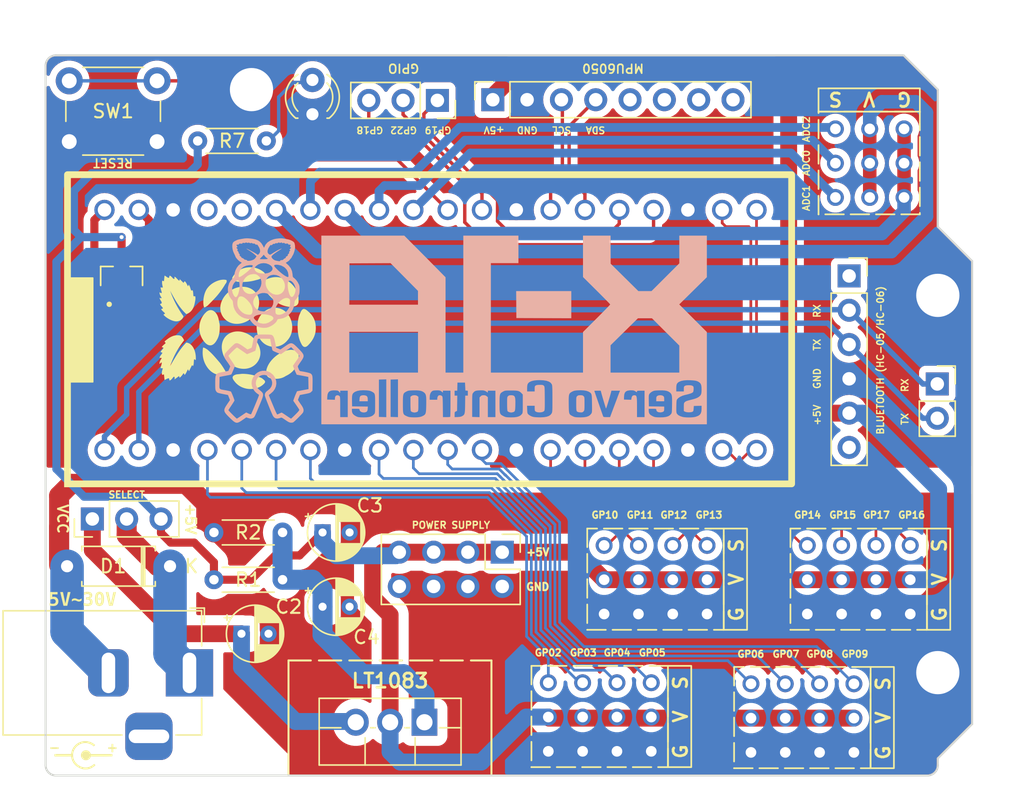
<source format=kicad_pcb>
(kicad_pcb (version 20240108) (generator "pcbnew") (generator_version "8.0")
  (title_block (date "mar. 31 mars 2015"))
  (layers (0 "F.Cu" signal) (31 "B.Cu" signal) (34 "B.Paste" user) (35 "F.Paste" user) (36 "B.SilkS" user "B.Silkscreen") (37 "F.SilkS" user "F.Silkscreen") (38 "B.Mask" user) (39 "F.Mask" user) (44 "Edge.Cuts" user))
  (net 0 "")
  (net 1 "TX")
  (net 2 "RUN")
  (net 3 "VSYS")
  (net 4 "VBUS")
  (net 5 "Net-(D1-K)")
  (net 7 "+5V")
  (net 8 "Net-(U2-GND)")
  (net 9 "GNDA")
  (net 10 "+5VA")
  (net 11 "VCC")
  (net 14 "RX")
  (net 15 "SCL")
  (net 20 "GND")
  (net 21 "SDA")
  (net 22 "+3.3V")
  (net 23 "Net-(D2-A)")
  (net 24 "/PWM10")
  (net 25 "/PWM8")
  (net 26 "/PWM12")
  (net 27 "/PWM13")
  (net 28 "/ADC0")
  (net 29 "/PWM1")
  (net 30 "/PWM2")
  (net 31 "/PWM3")
  (net 32 "/PWM0")
  (net 33 "/PWM7")
  (net 34 "/PWM5")
  (net 35 "/PWM4")
  (net 36 "/PWM6")
  (net 37 "/PWM11")
  (net 38 "/PWM9")
  (net 39 "/PWM15")
  (net 40 "/PWM14")
  (net 41 "/ADC2")
  (net 42 "/ADC1")
  (net 43 "/PIN18")
  (net 44 "/PIN22")
  (net 45 "/PIN19")
  (net 46 "GNDPWR")
  (footprint "Capacitor_THT:CP_Radial_D4.0mm_P2.00mm" (layer "F.Cu") (at 114.5 89.5)
    (property "Reference" "C2")
    (property "Value" "10uF")
  )
  (footprint "Connector_ServoController:PinHeader_3x04_P2.54mm" (layer "F.Cu") (at 139.75 95.67 90)
    (property "Reference" "J2" (hide yes))
    (property "Value" "PWM/CH0")
  )
  (footprint "Connector_PinSocket_2.54mm:PinSocket_1x06_P2.54mm_Vertical" (layer "F.Cu") (at 159.475 63)
    (property "Reference" "J8" (hide yes))
    (property "Value" "BluetoothConnector")
  )
  (footprint "Resistor_THT:R_Axial_DIN0204_L3.6mm_D1.6mm_P5.08mm_Horizontal" (layer "F.Cu") (at 116.34 53 180)
    (property "Reference" "R7")
    (property "Value" "160")
  )
  (footprint "Resistor_THT:R_Axial_DIN0204_L3.6mm_D1.6mm_P5.08mm_Horizontal" (layer "F.Cu") (at 117.54 82 180)
    (property "Reference" "R2")
    (property "Value" "365")
  )
  (footprint "Diode_THT:D_A-405_P7.62mm_Horizontal" (layer "F.Cu") (at 109.21 84.5 180)
    (property "Reference" "D1")
    (property "Value" "1N4007")
  )
  (footprint "Connector_PinSocket_2.54mm:PinSocket_1x08_P2.54mm_Vertical" (layer "F.Cu") (at 133.1 49.95 90)
    (property "Reference" "J10" (hide yes))
    (property "Value" "MPU6050Connector")
  )
  (footprint "Connector_ServoController:PinHeader_3x04_P2.54mm" (layer "F.Cu") (at 143.88 85.5 90)
    (property "Reference" "J4" (hide yes))
    (property "Value" "PWM/CH2")
  )
  (footprint "Connector_PinSocket_2.54mm:PinSocket_1x03_P2.54mm_Vertical" (layer "F.Cu") (at 129 50 -90)
    (property "Reference" "J11" (hide yes))
    (property "Value" "GeneralConnector")
  )
  (footprint "LOGO" (layer "F.Cu") (at 102.7085 98.620903)
    (property "Reference" "G3" (hide yes))
    (property "Value" "LOGO" (hide yes))
  )
  (footprint "Connector_PinHeader_2.54mm:PinHeader_1x03_P2.54mm_Vertical" (layer "F.Cu") (at 103.46 81 90)
    (property "Reference" "JP1" (hide yes))
    (property "Value" "RegulatorSelect")
  )
  (footprint "LED_THT:LED_D3.0mm" (layer "F.Cu") (at 119.75 51.025 90)
    (property "Reference" "D2" (hide yes))
    (property "Value" "LED" (hide yes))
  )
  (footprint "RP2040_Module:RP2040_Module_THL" (layer "F.Cu") (at 127.22 67 90)
    (property "Reference" "U1" (hide yes))
    (property "Value" "RP2040" (hide yes))
  )
  (footprint "Capacitor_THT:CP_Radial_D4.0mm_P2.00mm" (layer "F.Cu") (at 120.5 87.5)
    (property "Reference" "C4")
    (property "Value" "10uF")
  )
  (footprint "Resistor_THT:R_Axial_DIN0204_L3.6mm_D1.6mm_P5.08mm_Horizontal" (layer "F.Cu") (at 112.46 85.5)
    (property "Reference" "R1")
    (property "Value" "121")
  )
  (footprint "Connector_ServoController:PinHeader_3x03_P2.54mm" (layer "F.Cu") (at 161 54.6475 180)
    (property "Reference" "J6" (hide yes))
    (property "Value" "AnalogInterface")
  )
  (footprint "Package_TO_SOT_THT:TO-220F-3_Vertical" (layer "F.Cu") (at 128.04 96.055 180)
    (property "Reference" "U2" (hide yes))
    (property "Value" "LT1083-5.0")
  )
  (footprint "Arduino_MountingHole:MountingHole_3.2mm" (layer "F.Cu") (at 115.24 49.2)
    (property "Reference" "MH1" (hide yes))
    (property "Value" "MountingHole_3.2mm" (hide yes))
  )
  (footprint "Button_Switch_THT:SW_PUSH_6mm" (layer "F.Cu") (at 101.75 48.55)
    (property "Reference" "SW1")
    (property "Value" "SW_Push")
  )
  (footprint "Capacitor_THT:CP_Radial_D4.0mm_P2.00mm" (layer "F.Cu") (at 120.5 82)
    (property "Reference" "C3")
    (property "Value" "100uF")
  )
  (footprint "Connector_PinSocket_2.54mm:PinSocket_1x02_P2.54mm_Vertical" (layer "F.Cu") (at 166 71)
    (property "Reference" "J9" (hide yes))
    (property "Value" "SerialConnection")
  )
  (footprint "DMG2305UX-7:SOT91P240X110-3N_DMG2305UX-7" (layer "F.Cu") (at 105.625 63 90)
    (property "Reference" "Q1" (hide yes))
    (property "Value" "DMG2305UX-7" (hide yes))
  )
  (footprint "Connector_ServoController:PinHeader_3x04_P2.54mm" (layer "F.Cu") (at 154.75 95.75 90)
    (property "Reference" "J3" (hide yes))
    (property "Value" "PWM/CH1")
  )
  (footprint "Connector_BarrelJack:BarrelJack_Horizontal" (layer "F.Cu") (at 110.65 92.4)
    (property "Reference" "J1" (hide yes))
    (property "Value" "ExternVoltage")
  )
  (footprint "Connector_ServoController:PinHeader_3x04_P2.54mm" (layer "F.Cu") (at 158.92 85.5 90)
    (property "Reference" "J5" (hide yes))
    (property "Value" "PWM/CH3")
  )
  (footprint "Arduino_MountingHole:MountingHole_3.2mm" (layer "F.Cu") (at 113.97 97.46)
    (property "Reference" "MH2" (hide yes))
    (property "Value" "MountingHole_3.2mm" (hide yes))
  )
  (footprint "Connector_PinHeader_2.54mm:PinHeader_2x04_P2.54mm_Vertical" (layer "F.Cu") (at 133.8 83.46 -90)
    (property "Reference" "J7" (hide yes))
    (property "Value" "Power")
  )
  (footprint "Arduino_MountingHole:MountingHole_3.2mm" (layer "F.Cu") (at 166.04 64.44)
    (property "Reference" "MH3" (hide yes))
    (property "Value" "MountingHole_3.2mm" (hide yes))
  )
  (footprint "Arduino_MountingHole:MountingHole_3.2mm" (layer "F.Cu") (at 166.04 92.38)
    (property "Reference" "MH4" (hide yes))
    (property "Value" "MountingHole_3.2mm" (hide yes))
  )
  (footprint "LOGO" (layer "B.Cu") (at 128.95993 66.999999 180)
    (property "Reference" "G1" (hide yes))
    (property "Value" "LOGO" (hide yes))
  )
  (gr_poly (pts (xy 116.109814 63.584579) (xy 116.115755 63.543677) (xy 116.124907 63.504352) (xy 116.130704 63.485315) (xy 116.137327 63.466718) (xy 116.144782 63.448576) (xy 116.153077 63.430902) (xy 116.162217 63.413712) (xy 116.172215 63.397023) (xy 116.183075 63.380848) (xy 116.194804 63.365204) (xy 116.207413 63.350103) (xy 116.220905 63.33556) (xy 116.23529 63.321596) (xy 116.250576 63.308222) (xy 116.26677 63.295449) (xy 116.283879 63.2833) (xy 116.301913 63.271785) (xy 116.320877 63.260924) (xy 116.340778 63.250724) (xy 116.361627 63.241208) (xy 116.383427 63.23239) (xy 116.40619 63.224279) (xy 116.483673 63.19477) (xy 116.561156 63.168346) (xy 116.638641 63.145192) (xy 116.716125 63.125489) (xy 116.793607 63.109417) (xy 116.871091 63.097158) (xy 116.948576 63.088894) (xy 117.026058 63.084808) (xy 117.103542 63.085082) (xy 117.181026 63.089894) (xy 117.25851 63.099428) (xy 117.335992 63.113866) (xy 117.413477 63.133387) (xy 117.490961 63.158178) (xy 117.568444 63.188413) (xy 117.645927 63.224279) (xy 117.751973 63.273182) (xy 117.853116 63.326863) (xy 117.949293 63.385271) (xy 118.040448 63.448336) (xy 118.126517 63.516004) (xy 118.207442 63.588212) (xy 118.283159 63.664898) (xy 118.35361 63.746003) (xy 118.418735 63.831467) (xy 118.478473 63.92123) (xy 118.532761 64.015229) (xy 118.581542 64.113404) (xy 118.624754 64.215698) (xy 118.662337 64.322045) (xy 118.694227 64.432389) (xy 118.720367 64.546668) (xy 118.720367 64.753291) (xy 118.723631 64.787554) (xy 118.725655 64.820614) (xy 118.726405 64.852479) (xy 118.725856 64.883158) (xy 118.723974 64.912652) (xy 118.720729 64.940976) (xy 118.716093 64.968134) (xy 118.710036 64.994134) (xy 118.702524 65.018984) (xy 118.69353 65.042693) (xy 118.683022 65.065266) (xy 118.670971 65.086711) (xy 118.657345 65.107037) (xy 118.642117 65.12625) (xy 118.625254 65.144358) (xy 118.606725 65.16137) (xy 118.586501 65.177291) (xy 118.564552 65.192132) (xy 118.540847 65.205896) (xy 118.515357 65.218595) (xy 118.488054 65.230234) (xy 118.4589 65.240821) (xy 118.427872 65.250364) (xy 118.394935 65.25887) (xy 118.360062 65.266346) (xy 118.323222 65.272803) (xy 118.284385 65.278245) (xy 118.24352 65.282681) (xy 118.200597 65.286117) (xy 118.155585 65.288563) (xy 118.059172 65.29051) (xy 117.9817 65.281299) (xy 117.904287 65.269121) (xy 117.826994 65.253917) (xy 117.749885 65.235625) (xy 117.673016 65.214186) (xy 117.596451 65.189538) (xy 117.520247 65.161623) (xy 117.444471 65.130376) (xy 117.369176 65.095739) (xy 117.294425 65.057655) (xy 117.220281 65.016059) (xy 117.146805 64.97089) (xy 117.07405 64.922088) (xy 117.002087 64.869597) (xy 116.930968 64.813349) (xy 116.860759 64.75329) (xy 116.706437 64.598323) (xy 116.630486 64.520839) (xy 116.55599 64.443354) (xy 116.48343 64.365871) (xy 116.413292 64.288388) (xy 116.346059 64.210905) (xy 116.282215 64.133422) (xy 116.267193 64.110174) (xy 116.253079 64.086931) (xy 116.239811 64.063687) (xy 116.227333 64.040441) (xy 116.215579 64.017196) (xy 116.20449 63.993951) (xy 116.194008 63.970706) (xy 116.18407 63.947461) (xy 116.165586 63.90097) (xy 116.148554 63.85448) (xy 116.116918 63.761499) (xy 116.110631 63.715513) (xy 116.107312 63.670617) (xy 116.10702 63.626931)) (fill solid) (layer "F.SilkS"))
  (gr_poly (pts (xy 111.625352 68.605028) (xy 111.63078 68.50672) (xy 111.640325 68.407445) (xy 111.653865 68.307201) (xy 111.665365 68.307438) (xy 111.676636 68.308137) (xy 111.687676 68.309276) (xy 111.698498 68.310833) (xy 111.719513 68.315099) (xy 111.739741 68.320759) (xy 111.759245 68.32763) (xy 111.778079 68.335529) (xy 111.796311 68.344278) (xy 111.813997 68.353691) (xy 111.8312 68.363587) (xy 111.847977 68.373786) (xy 111.880505 68.39437) (xy 111.912061 68.413983) (xy 111.92763 68.422971) (xy 111.943137 68.431174) (xy 112.011923 68.486351) (xy 112.078895 68.543283) (xy 112.144169 68.601789) (xy 112.207871 68.661689) (xy 112.270122 68.722797) (xy 112.331039 68.784934) (xy 112.449363 68.911574) (xy 112.563813 69.040147) (xy 112.675357 69.169205) (xy 112.893604 69.422964) (xy 112.953733 69.500448) (xy 113.010473 69.577933) (xy 113.064309 69.655416) (xy 113.115722 69.732899) (xy 113.165197 69.810383) (xy 113.213221 69.887867) (xy 113.306849 70.042835) (xy 113.31503 70.072878) (xy 113.323879 70.101108) (xy 113.333089 70.127641) (xy 113.342361 70.152603) (xy 113.359877 70.198287) (xy 113.367513 70.219249) (xy 113.374001 70.239125) (xy 113.379035 70.258032) (xy 113.382314 70.276092) (xy 113.383202 70.284841) (xy 113.383535 70.293425) (xy 113.38328 70.301857) (xy 113.382395 70.310153) (xy 113.380846 70.318325) (xy 113.378593 70.326396) (xy 113.375598 70.334372) (xy 113.371823 70.342275) (xy 113.367229 70.350116) (xy 113.361784 70.357914) (xy 113.355443 70.36568) (xy 113.348172 70.373431) (xy 113.247959 70.378737) (xy 113.148895 70.379081) (xy 113.051163 70.374339) (xy 112.954945 70.36439) (xy 112.86042 70.349116) (xy 112.767772 70.328393) (xy 112.677182 70.302102) (xy 112.588833 70.27012) (xy 112.502905 70.232327) (xy 112.41958 70.188599) (xy 112.33904 70.138821) (xy 112.261464 70.082866) (xy 112.187039 70.020618) (xy 112.115941 69.951951) (xy 112.048355 69.876747) (xy 111.984461 69.794886) (xy 111.925359 69.70917) (xy 111.871949 69.622486) (xy 111.824105 69.53483) (xy 111.781712 69.446209) (xy 111.744645 69.356618) (xy 111.712784 69.266059) (xy 111.686008 69.174533) (xy 111.664195 69.082037) (xy 111.647227 68.988572) (xy 111.634978 68.894139) (xy 111.62733 68.798737) (xy 111.624161 68.702367)) (fill solid) (layer "F.SilkS"))
  (gr_line (start 117.98 91.48) (end 133 91.48) (stroke (width 0.15) (type dash)) (layer "F.SilkS"))
  (gr_poly (pts (xy 118.655453 66.649056) (xy 118.658379 66.571571) (xy 118.663244 66.49409) (xy 118.670164 66.416604) (xy 118.679264 66.339121) (xy 118.690665 66.261637) (xy 118.704486 66.184155) (xy 118.720851 66.106669) (xy 118.739879 66.029186) (xy 118.761691 65.951703) (xy 118.885665 65.662428) (xy 118.897293 65.639792) (xy 118.908941 65.618372) (xy 118.920636 65.598176) (xy 118.932399 65.579216) (xy 118.944251 65.561494) (xy 118.956217 65.545024) (xy 118.968321 65.529807) (xy 118.980582 65.515856) (xy 118.993026 65.503177) (xy 119.005674 65.491774) (xy 119.018548 65.481659) (xy 119.031673 65.472837) (xy 119.045071 65.465318) (xy 119.058762 65.459107) (xy 119.072772 65.454212) (xy 119.087122 65.450641) (xy 119.101836 65.448402) (xy 119.116935 65.447503) (xy 119.132444 65.44795) (xy 119.148384 65.449753) (xy 119.164776 65.452918) (xy 119.181647 65.457451) (xy 119.199016 65.463363) (xy 119.216907 65.470657) (xy 119.235345 65.479345) (xy 119.254347 65.489433) (xy 119.273941 65.500928) (xy 119.29415 65.513839) (xy 119.314991 65.52817) (xy 119.336492 65.543934) (xy 119.358675 65.561134) (xy 119.381562 65.57978) (xy 119.381562 65.579782) (xy 119.381571 65.57979) (xy 119.38164 65.579861) (xy 119.382207 65.580425) (xy 119.386725 65.584946) (xy 119.422886 65.621105) (xy 119.490673 65.676797) (xy 119.554526 65.735393) (xy 119.614384 65.796897) (xy 119.670188 65.861304) (xy 119.721874 65.928619) (xy 119.769383 65.998839) (xy 119.812654 66.071963) (xy 119.851626 66.147993) (xy 119.886244 66.226932) (xy 119.916439 66.308774) (xy 119.942156 66.39352) (xy 119.963331 66.481175) (xy 119.979909 66.571733) (xy 119.991827 66.6652) (xy 119.999018 66.761569) (xy 120.00143 66.860844) (xy 119.999018 66.95286) (xy 119.991827 67.043006) (xy 119.979909 67.131335) (xy 119.963331 67.217909) (xy 119.942156 67.302789) (xy 119.916439 67.386032) (xy 119.886244 67.467705) (xy 119.851626 67.54786) (xy 119.812654 67.626566) (xy 119.769383 67.703876) (xy 119.721874 67.779858) (xy 119.670188 67.854565) (xy 119.614384 67.928065) (xy 119.554526 68.000414) (xy 119.490673 68.071671) (xy 119.422886 68.141902) (xy 119.407391 68.156912) (xy 119.391904 68.170947) (xy 119.37643 68.184) (xy 119.360981 68.196059) (xy 119.34556 68.207121) (xy 119.330178 68.217175) (xy 119.314841 68.226216) (xy 119.299556 68.234237) (xy 119.284334 68.241227) (xy 119.26918 68.24718) (xy 119.2541 68.25209) (xy 119.239103 68.255948) (xy 119.224199 68.258746) (xy 119.209392 68.260478) (xy 119.194692 68.261135) (xy 119.180104 68.26071) (xy 119.165637 68.259194) (xy 119.151299 68.256583) (xy 119.137098 68.252866) (xy 119.12304 68.248038) (xy 119.109132 68.242089) (xy 119.095387 68.235014) (xy 119.081807 68.226803) (xy 119.068399 68.217449) (xy 119.055172 68.206945) (xy 119.042136 68.195282) (xy 119.029297 68.182455) (xy 119.016661 68.168456) (xy 119.004237 68.153275) (xy 118.992033 68.136907) (xy 118.980058 68.119343) (xy 118.968314 68.100578) (xy 118.93828 68.046328) (xy 118.910122 67.992019) (xy 118.883779 67.937589) (xy 118.859192 67.882978) (xy 118.8363 67.828123) (xy 118.815041 67.772966) (xy 118.795359 67.717447) (xy 118.777189 67.661503) (xy 118.760471 67.605076) (xy 118.745145 67.548102) (xy 118.731153 67.490523) (xy 118.718431 67.432281) (xy 118.706918 67.37331) (xy 118.696557 67.313553) (xy 118.679042 67.191434) (xy 118.665644 67.036468) (xy 118.657089 66.881502) (xy 118.654344 66.726538)) (fill solid) (layer "F.SilkS"))
  (gr_poly (pts (xy 115.622959 66.742067) (xy 115.62877 66.664794) (xy 115.638455 66.587886) (xy 115.652015 66.511521) (xy 115.669449 66.435884) (xy 115.690755 66.361155) (xy 115.715939 66.287517) (xy 115.744996 66.215148) (xy 115.777925 66.14423) (xy 115.81473 66.074949) (xy 115.855411 66.007484) (xy 115.899964 65.942017) (xy 115.948389 65.878729) (xy 116.000692 65.817801) (xy 116.056867 65.759415) (xy 116.116918 65.703755) (xy 116.167988 65.658835) (xy 116.22041 65.61706) (xy 116.27407 65.578415) (xy 116.328867 65.542894) (xy 116.384691 65.510493) (xy 116.44144 65.481201) (xy 116.499006 65.45501) (xy 116.557283 65.431916) (xy 116.616165 65.411908) (xy 116.675544 65.394981) (xy 116.73532 65.381124) (xy 116.795384 65.370333) (xy 116.855626 65.362599) (xy 116.915946 65.357914) (xy 116.976236 65.356269) (xy 117.03639 65.35766) (xy 117.0963 65.362079) (xy 117.155865 65.369517) (xy 117.214974 65.379964) (xy 117.273522 65.393418) (xy 117.331405 65.409864) (xy 117.388516 65.429302) (xy 117.444749 65.451722) (xy 117.5 65.477116) (xy 117.55416 65.505473) (xy 117.607125 65.536791) (xy 117.658788 65.571061) (xy 117.709045 65.608271) (xy 117.757785 65.64842) (xy 117.804909 65.691497) (xy 117.850309 65.737494) (xy 117.893876 65.786404) (xy 117.935277 65.837718) (xy 117.974246 65.890846) (xy 118.01076 65.94567) (xy 118.044807 66.002067) (xy 118.076372 66.059916) (xy 118.105444 66.1191) (xy 118.156028 66.240974) (xy 118.196444 66.366725) (xy 118.22657 66.49538) (xy 118.246285 66.625971) (xy 118.255465 66.757533) (xy 118.253992 66.889088) (xy 118.241744 67.01968) (xy 118.218601 67.148335) (xy 118.202905 67.211634) (xy 118.18444 67.274086) (xy 118.163189 67.335567) (xy 118.13914 67.395959) (xy 118.112275 67.455141) (xy 118.082581 67.512993) (xy 118.050041 67.56939) (xy 118.014642 67.624214) (xy 117.976366 67.677341) (xy 117.935201 67.728655) (xy 117.872234 67.803232) (xy 117.807272 67.872) (xy 117.740251 67.934955) (xy 117.67111 67.9921) (xy 117.635726 68.018493) (xy 117.59979 68.043432) (xy 117.563296 68.06692) (xy 117.526233 68.088954) (xy 117.488594 68.109535) (xy 117.450372 68.128665) (xy 117.411562 68.14634) (xy 117.372153 68.162563) (xy 117.332139 68.177334) (xy 117.29151 68.190653) (xy 117.250264 68.202515) (xy 117.208388 68.212927) (xy 117.165877 68.221886) (xy 117.122722 68.229393) (xy 117.078917 68.235447) (xy 117.034452 68.240047) (xy 116.943521 68.24489) (xy 116.849863 68.243922) (xy 116.753424 68.23714) (xy 116.654137 68.224551) (xy 116.604496 68.212206) (xy 116.556283 68.19843) (xy 116.50948 68.183246) (xy 116.464061 68.16668) (xy 116.420004 68.148751) (xy 116.377284 68.129482) (xy 116.335884 68.108897) (xy 116.295775 68.087017) (xy 116.256939 68.063865) (xy 116.219352 68.039467) (xy 116.18299 68.013844) (xy 116.14783 67.987015) (xy 116.081032 67.929839) (xy 116.018771 67.868126) (xy 115.960871 67.802053) (xy 115.907148 67.731802) (xy 115.857418 67.657558) (xy 115.811502 67.5795) (xy 115.769219 67.497809) (xy 115.730387 67.412667) (xy 115.694824 67.324256) (xy 115.662346 67.232761) (xy 115.661883 67.209506) (xy 115.660571 67.18619) (xy 115.658534 67.162753) (xy 115.655889 67.139136) (xy 115.649271 67.091111) (xy 115.641683 67.041634) (xy 115.634097 66.99022) (xy 115.627477 66.936384) (xy 115.624835 66.908408) (xy 115.622798 66.879645) (xy 115.621486 66.850037) (xy 115.621022 66.819519)) (fill solid) (layer "F.SilkS"))
  (gr_line (start 133 91.48) (end 133 100) (stroke (width 0.15)) (layer "F.SilkS"))
  (gr_poly (pts (xy 108.434421 64.216305) (xy 108.438303 64.216988) (xy 108.442202 64.218078) (xy 108.446121 64.219541) (xy 108.450074 64.221336) (xy 108.454064 64.223424) (xy 108.462185 64.228336) (xy 108.470548 64.233977) (xy 108.479215 64.240041) (xy 108.488244 64.246226) (xy 108.497698 64.252229) (xy 108.502601 64.255067) (xy 108.507635 64.257747) (xy 108.512804 64.260231) (xy 108.518118 64.262478) (xy 108.523582 64.264456) (xy 108.529207 64.266121) (xy 108.534996 64.26744) (xy 108.540958 64.26837) (xy 108.547104 64.268879) (xy 108.55344 64.268926) (xy 108.559971 64.268472) (xy 108.566706 64.267484) (xy 108.573654 64.265918) (xy 108.58082 64.263738) (xy 108.588215 64.260912) (xy 108.595844 64.257393) (xy 108.594914 64.234138) (xy 108.592292 64.210822) (xy 108.588217 64.187388) (xy 108.582929 64.163768) (xy 108.576675 64.139907) (xy 108.569692 64.115744) (xy 108.554518 64.066268) (xy 108.539346 64.014855) (xy 108.532364 63.988271) (xy 108.52611 63.961019) (xy 108.520823 63.933043) (xy 108.516745 63.904279) (xy 108.514121 63.874668) (xy 108.513193 63.844147) (xy 108.51707 63.844266) (xy 108.520953 63.844602) (xy 108.524852 63.845137) (xy 108.528771 63.845843) (xy 108.536713 63.847689) (xy 108.544834 63.84996) (xy 108.561863 63.855044) (xy 108.570893 63.857497) (xy 108.580347 63.859645) (xy 108.590283 63.861309) (xy 108.595454 63.861906) (xy 108.600768 63.862308) (xy 108.606231 63.862501) (xy 108.611853 63.86246) (xy 108.617645 63.862161) (xy 108.623608 63.861582) (xy 108.629754 63.8607) (xy 108.636089 63.859493) (xy 108.642619 63.857939) (xy 108.649355 63.856013) (xy 108.656302 63.853695) (xy 108.663471 63.850959) (xy 108.670865 63.847784) (xy 108.678493 63.844147) (xy 108.663159 63.782162) (xy 108.64879 63.720174) (xy 108.636361 63.658189) (xy 108.631175 63.627193) (xy 108.626837 63.596201) (xy 108.623466 63.565208) (xy 108.621188 63.534215) (xy 108.620117 63.50322) (xy 108.620378 63.472227) (xy 108.622096 63.441235) (xy 108.625384 63.410239) (xy 108.630368 63.379247) (xy 108.637169 63.348251) (xy 108.761142 63.389577) (xy 108.802466 62.976331) (xy 108.813971 62.980442) (xy 108.825247 62.984997) (xy 108.836314 62.989962) (xy 108.84718 62.995298) (xy 108.868389 63.006931) (xy 108.888989 63.019593) (xy 108.909109 63.03298) (xy 108.928861 63.046794) (xy 108.967765 63.074477) (xy 108.987157 63.087743) (xy 109.006667 63.100224) (xy 109.026421 63.111614) (xy 109.046541 63.121613) (xy 109.056772 63.125994) (xy 109.067143 63.129915) (xy 109.077662 63.133337) (xy 109.088349 63.136222) (xy 109.099217 63.138532) (xy 109.110283 63.140226) (xy 109.121559 63.141271) (xy 109.133063 63.141631) (xy 109.174388 62.976331) (xy 109.189528 62.980562) (xy 109.203979 62.985471) (xy 109.217779 62.991019) (xy 109.230967 62.997155) (xy 109.243579 63.003836) (xy 109.255655 63.011016) (xy 109.267231 63.018654) (xy 109.278346 63.026696) (xy 109.289037 63.035102) (xy 109.299341 63.043827) (xy 109.318945 63.062048) (xy 109.337456 63.080996) (xy 109.355183 63.100305) (xy 109.389485 63.138562) (xy 109.406668 63.156783) (xy 109.424273 63.173914) (xy 109.433328 63.181959) (xy 109.442605 63.189594) (xy 109.452137 63.196775) (xy 109.461965 63.203456) (xy 109.472126 63.209591) (xy 109.482658 63.215139) (xy 109.493598 63.220048) (xy 109.504983 63.224279) (xy 109.512258 63.220287) (xy 109.518616 63.216067) (xy 109.52411 63.211635) (xy 109.528795 63.207007) (xy 109.532722 63.202198) (xy 109.535948 63.197221) (xy 109.538523 63.192093) (xy 109.540499 63.186829) (xy 109.541929 63.181443) (xy 109.542869 63.175953) (xy 109.543368 63.170371) (xy 109.543485 63.164713) (xy 109.543266 63.158996) (xy 109.542768 63.153233) (xy 109.541144 63.141631) (xy 109.536868 63.118547) (xy 109.53506 63.107307) (xy 109.534042 63.096431) (xy 109.533959 63.091166) (xy 109.534234 63.08604) (xy 109.534914 63.081062) (xy 109.536059 63.076253) (xy 109.537717 63.071625) (xy 109.539943 63.067193) (xy 109.54279 63.062975) (xy 109.546309 63.058979) (xy 109.557813 63.063212) (xy 109.56909 63.068131) (xy 109.580155 63.073703) (xy 109.591025 63.079885) (xy 109.601712 63.086644) (xy 109.612231 63.093938) (xy 109.6226 63.101734) (xy 109.632833 63.109992) (xy 109.65295 63.127738) (xy 109.672704 63.146876) (xy 109.692217 63.167105) (xy 109.711609 63.188119) (xy 109.75051 63.231302) (xy 109.770265 63.252861) (xy 109.790382 63.273998) (xy 109.810985 63.294409) (xy 109.832192 63.313791) (xy 109.854124 63.331838) (xy 109.865402 63.340268) (xy 109.876906 63.348254) (xy 109.884296 63.344381) (xy 109.89099 63.340505) (xy 109.897018 63.336631) (xy 109.902413 63.332758) (xy 109.907197 63.328882) (xy 109.91141 63.325006) (xy 109.915079 63.321133) (xy 109.918231 63.31726) (xy 109.9209 63.313386) (xy 109.923114 63.309512) (xy 109.924905 63.305637) (xy 109.926302 63.301763) (xy 109.927336 63.297887) (xy 109.928038 63.294014) (xy 109.928435 63.29014) (xy 109.928563 63.286267) (xy 109.918231 63.224279) (xy 110.207502 63.513551) (xy 110.290151 63.389579) (xy 110.301536 63.397566) (xy 110.312459 63.406014) (xy 110.322942 63.414899) (xy 110.333012 63.424206) (xy 110.342684 63.433901) (xy 110.351988 63.443967) (xy 110.369574 63.465124) (xy 110.385947 63.487492) (xy 110.401293 63.510888) (xy 110.415791 63.535131) (xy 110.429623 63.560042) (xy 110.456016 63.611132) (xy 110.481926 63.662706) (xy 110.49515 63.688223) (xy 110.508801 63.713315) (xy 110.523057 63.7378) (xy 110.5381 63.761499) (xy 110.541854 63.757626) (xy 110.545375 63.75375) (xy 110.548667 63.749876) (xy 110.55174 63.746001) (xy 110.554602 63.742128) (xy 110.557259 63.738254) (xy 110.561989 63.730505) (xy 110.565997 63.722757) (xy 110.569337 63.715009) (xy 110.572069 63.707259) (xy 110.57426 63.699511) (xy 110.575965 63.691764) (xy 110.577246 63.684015) (xy 110.578164 63.676266) (xy 110.57878 63.668519) (xy 110.579152 63.660769) (xy 110.579343 63.653021) (xy 110.579425 63.637524) (xy 110.590691 63.649267) (xy 110.601267 63.661244) (xy 110.611193 63.673448) (xy 110.620506 63.68587) (xy 110.637446 63.711346) (xy 110.652386 63.737608) (xy 110.665635 63.764596) (xy 110.67749 63.792248) (xy 110.688255 63.820509) (xy 110.698233 63.849314) (xy 110.736329 63.968767) (xy 110.746912 63.999387) (xy 110.758525 64.030189) (xy 110.771468 64.061112) (xy 110.786047 64.092095) (xy 110.868697 64.05077) (xy 110.876089 64.062631) (xy 110.882792 64.074945) (xy 110.888843 64.087681) (xy 110.894281 64.100813) (xy 110.903474 64.128134) (xy 110.910667 64.156665) (xy 110.916165 64.186166) (xy 110.920271 64.216391) (xy 110.923287 64.247102) (xy 110.925519 64.278056) (xy 110.932621 64.399446) (xy 110.935456 64.427978) (xy 110.939319 64.455299) (xy 110.944517 64.481169) (xy 110.951346 64.505342) (xy 111.075319 64.505342) (xy 111.082119 64.536346) (xy 111.087104 64.56741) (xy 111.090392 64.598595) (xy 111.092108 64.629961) (xy 111.09237 64.66157) (xy 111.0913 64.693484) (xy 111.089022 64.725757) (xy 111.085651 64.758455) (xy 111.081312 64.791638) (xy 111.076127 64.825365) (xy 111.063698 64.894697) (xy 111.033996 65.042561) (xy 111.0175 65.111309) (xy 110.998886 65.177996) (xy 110.97797 65.242506) (xy 110.954576 65.304714) (xy 110.928515 65.364502) (xy 110.899609 65.421747) (xy 110.867678 65.476328) (xy 110.832536 65.528125) (xy 110.794007 65.577016) (xy 110.751907 65.622882) (xy 110.706051 65.6656) (xy 110.656262 65.705046) (xy 110.602357 65.741105) (xy 110.544153 65.773652) (xy 110.48147 65.802566) (xy 110.414125 65.827729) (xy 110.315769 65.733326) (xy 110.221951 65.636198) (xy 110.13237 65.53653) (xy 110.046725 65.434499) (xy 109.96471 65.330288) (xy 109.886027 65.224083) (xy 109.810369 65.11606) (xy 109.737435 65.0064) (xy 109.666923 64.895291) (xy 109.59853 64.782909) (xy 109.466888 64.555059) (xy 109.340089 64.324303) (xy 109.215711 64.092095) (xy 109.312565 64.351746) (xy 109.417169 64.604132) (xy 109.529521 64.84974) (xy 109.649621 65.089051) (xy 109.777469 65.322551) (xy 109.913065 65.550723) (xy 110.05641 65.774056) (xy 110.207502 65.993027) (xy 110.199393 66.015909) (xy 110.190574 66.038064) (xy 110.181056 66.059493) (xy 110.170859 66.080196) (xy 110.159997 66.100171) (xy 110.148481 66.119421) (xy 110.136333 66.137946) (xy 110.123561 66.155743) (xy 110.110188 66.172812) (xy 110.096223 66.189158) (xy 110.08168 66.204774) (xy 110.06658 66.219667) (xy 110.050933 66.233831) (xy 110.034759 66.24727) (xy 110.018069 66.259983) (xy 110.000879 66.271969) (xy 109.983207 66.283227) (xy 109.965064 66.29376) (xy 109.946467 66.303567) (xy 109.927431 66.312648) (xy 109.907973 66.321001) (xy 109.888106 66.328629) (xy 109.867842 66.335529) (xy 109.847204 66.341704) (xy 109.826202 66.347152) (xy 109.804851 66.351873) (xy 109.783167 66.355869) (xy 109.761166 66.359138) (xy 109.738862 66.361679) (xy 109.716269 66.363495) (xy 109.670284 66.364948) (xy 109.614207 66.362104) (xy 109.554864 66.35381) (xy 109.492858 66.340432) (xy 109.428794 66.322333) (xy 109.363275 66.299874) (xy 109.296908 66.27342) (xy 109.230302 66.243334) (xy 109.164056 66.209981) (xy 109.09878 66.173721) (xy 109.035079 66.134918) (xy 108.973556 66.093937) (xy 108.914816 66.051139) (xy 108.859469 66.006889) (xy 108.808116 65.961548) (xy 108.761364 65.915483) (xy 108.719818 65.869054) (xy 108.843789 65.786404) (xy 108.827376 65.763622) (xy 108.809327 65.74169) (xy 108.789945 65.720481) (xy 108.769535 65.69988) (xy 108.748398 65.679763) (xy 108.726838 65.660008) (xy 108.683659 65.621105) (xy 108.662642 65.601714) (xy 108.642414 65.582202) (xy 108.623274 65.562448) (xy 108.605527 65.542331) (xy 108.589477 65.521729) (xy 108.582182 65.511207) (xy 108.575422 65.50052) (xy 108.56924 65.489653) (xy 108.563669 65.478586) (xy 108.55875 65.46731) (xy 108.554518 65.455806) (xy 108.558509 65.452168) (xy 108.56272 65.448977) (xy 108.567129 65.446193) (xy 108.571711 65.443781) (xy 108.576443 65.441702) (xy 108.581304 65.439917) (xy 108.591323 65.437081) (xy 108.601582 65.434973) (xy 108.611904 65.433288) (xy 108.632003 65.42998) (xy 108.641415 65.427748) (xy 108.645883 65.426357) (xy 108.650164 65.424733) (xy 108.654229 65.422835) (xy 108.658062 65.420626) (xy 108.661637 65.418069) (xy 108.664932 65.415128) (xy 108.667925 65.411761) (xy 108.670593 65.407935) (xy 108.672911 65.403608) (xy 108.674861 65.398743) (xy 108.676416 65.393304) (xy 108.677554 65.387252) (xy 108.678255 65.380549) (xy 108.678493 65.373158) (xy 108.674381 65.365407) (xy 108.669817 65.357651) (xy 108.659443 65.342082) (xy 108.64762 65.326394) (xy 108.634586 65.310525) (xy 108.620581 65.294412) (xy 108.605852 65.277997) (xy 108.575181 65.244018) (xy 108.559724 65.226332) (xy 108.54451 65.2081) (xy 108.529779 65.189265) (xy 108.515776 65.169762) (xy 108.509123 65.159743) (xy 108.502742 65.149534) (xy 108.496662 65.139127) (xy 108.490919 65.128517) (xy 108.485534 65.117697) (xy 108.480545 65.106657) (xy 108.475979 65.095386) (xy 108.471869 65.083883) (xy 108.475744 65.080245) (xy 108.479617 65.077055) (xy 108.483493 65.07427) (xy 108.487367 65.071858) (xy 108.49124 65.069779) (xy 108.495114 65.067994) (xy 108.498988 65.066468) (xy 108.502863 65.065159) (xy 108.51061 65.063051) (xy 108.518359 65.061365) (xy 108.526107 65.059802) (xy 108.533857 65.058057) (xy 108.541605 65.055827) (xy 108.545479 65.054434) (xy 108.549353 65.05281) (xy 108.553226 65.050912) (xy 108.5571 65.048704) (xy 108.560976 65.046147) (xy 108.564849 65.043206) (xy 108.568724 65.039838) (xy 108.572598 65.036012) (xy 108.576471 65.031685) (xy 108.580347 65.02682) (xy 108.584221 65.021381) (xy 108.588095 65.015329) (xy 108.591969 65.008626) (xy 108.595844 65.001235) (xy 108.595485 64.989731) (xy 108.594441 64.978443) (xy 108.592745 64.967356) (xy 108.590435 64.95644) (xy 108.587551 64.945677) (xy 108.584132 64.935041) (xy 108.58021 64.924512) (xy 108.575827 64.914066) (xy 108.565829 64.893333) (xy 108.554439 64.872663) (xy 108.541958 64.851867) (xy 108.52869 64.830773) (xy 108.501007 64.786946) (xy 108.487194 64.763851) (xy 108.473807 64.739729) (xy 108.461145 64.714396) (xy 108.455181 64.701219) (xy 108.449512 64.68767) (xy 108.444176 64.673729) (xy 108.43921 64.65937) (xy 108.434656 64.644575) (xy 108.430546 64.629315) (xy 108.434421 64.629431) (xy 108.438303 64.629769) (xy 108.442202 64.630303) (xy 108.446121 64.631009) (xy 108.454064 64.632857) (xy 108.462185 64.635128) (xy 108.479215 64.640211) (xy 108.488244 64.642662) (xy 108.497698 64.644812) (xy 108.507635 64.646477) (xy 108.512804 64.647071) (xy 108.518118 64.647476) (xy 108.523582 64.647669) (xy 108.529207 64.647628) (xy 108.534996 64.647329) (xy 108.540958 64.646748) (xy 108.547104 64.645868) (xy 108.55344 64.644661) (xy 108.559971 64.643104) (xy 108.566706 64.64118) (xy 108.573654 64.63886) (xy 108.58082 64.636125) (xy 108.588215 64.63295) (xy 108.595844 64.629315) (xy 108.565012 64.582745) (xy 108.535147 64.53569) (xy 108.520881 64.511829) (xy 108.507221 64.487665) (xy 108.494288 64.463139) (xy 108.482201 64.438189) (xy 108.471083 64.412754) (xy 108.461056 64.386775) (xy 108.452238 64.360191) (xy 108.444749 64.332942) (xy 108.438718 64.304963) (xy 108.434259 64.2762) (xy 108.431494 64.246588) (xy 108.430546 64.21607)) (fill solid) (layer "F.SilkS"))
  (gr_line (start 117.98 100) (end 117.98 91.48) (stroke (width 0.15)) (layer "F.SilkS"))
  (gr_poly (pts (xy 113.813478 63.173106) (xy 113.814463 63.162178) (xy 113.816334 63.150931) (xy 113.819096 63.139351) (xy 113.82276 63.127424) (xy 113.827333 63.115133) (xy 113.832818 63.102462) (xy 113.839228 63.089402) (xy 113.846572 63.07593) (xy 113.85485 63.062034) (xy 113.864075 63.047701) (xy 113.874253 63.032912) (xy 113.885394 63.017655) (xy 113.909241 62.979402) (xy 113.934285 62.942131) (xy 113.960508 62.905857) (xy 113.987899 62.870598) (xy 114.016437 62.83637) (xy 114.046112 62.803182) (xy 114.076904 62.771057) (xy 114.108804 62.740006) (xy 114.141793 62.710045) (xy 114.175856 62.681187) (xy 114.210979 62.653451) (xy 114.247141 62.626847) (xy 114.284335 62.601397) (xy 114.322544 62.577108) (xy 114.361754 62.554003) (xy 114.401945 62.532091) (xy 114.443107 62.511392) (xy 114.48522 62.491918) (xy 114.528273 62.473684) (xy 114.572248 62.456706) (xy 114.617131 62.441001) (xy 114.662908 62.42658) (xy 114.709563 62.413463) (xy 114.757078 62.401661) (xy 114.805443 62.391191) (xy 114.854638 62.382067) (xy 114.904653 62.374307) (xy 114.95547 62.367923) (xy 115.007072 62.362931) (xy 115.059446 62.359347) (xy 115.112579 62.357186) (xy 115.166452 62.35646) (xy 115.228891 62.357914) (xy 115.292119 62.362274) (xy 115.355952 62.369538) (xy 115.42021 62.379706) (xy 115.484708 62.392782) (xy 115.549268 62.408763) (xy 115.613706 62.42765) (xy 115.677844 62.449441) (xy 115.741493 62.47414) (xy 115.80448 62.501744) (xy 115.866618 62.532252) (xy 115.927727 62.565667) (xy 115.987626 62.601987) (xy 116.046131 62.641213) (xy 116.103064 62.683347) (xy 116.158241 62.728383) (xy 116.180033 62.751165) (xy 116.189839 62.762229) (xy 116.198919 62.773097) (xy 116.207272 62.783784) (xy 116.2149 62.794306) (xy 116.221801 62.804674) (xy 116.227977 62.814906) (xy 116.233425 62.825019) (xy 116.238146 62.835024) (xy 116.242141 62.84494) (xy 116.245408 62.854778) (xy 116.247952 62.864557) (xy 116.249768 62.874291) (xy 116.250859 62.883994) (xy 116.251222 62.893682) (xy 116.250859 62.903371) (xy 116.249768 62.913072) (xy 116.247952 62.922805) (xy 116.245408 62.932584) (xy 116.242141 62.942425) (xy 116.238146 62.952338) (xy 116.233425 62.962345) (xy 116.227977 62.972455) (xy 116.221801 62.982689) (xy 116.2149 62.993058) (xy 116.207272 63.003579) (xy 116.198919 63.014265) (xy 116.189839 63.025134) (xy 116.180033 63.0362) (xy 116.158241 63.058979) (xy 116.126772 63.081741) (xy 116.094397 63.103533) (xy 116.061173 63.124357) (xy 116.027164 63.144211) (xy 115.992428 63.163098) (xy 115.957026 63.181017) (xy 115.921018 63.197965) (xy 115.884464 63.213946) (xy 115.847429 63.22896) (xy 115.80997 63.243003) (xy 115.772145 63.256079) (xy 115.734018 63.268185) (xy 115.695649 63.279323) (xy 115.6571 63.289493) (xy 115.618427 63.298695) (xy 115.579697 63.306927) (xy 115.501739 63.329204) (xy 115.422872 63.349542) (xy 115.34316 63.367945) (xy 115.262659 63.384411) (xy 115.181433 63.39894) (xy 115.09954 63.41153) (xy 115.017042 63.422184) (xy 114.934 63.430902) (xy 114.850473 63.437682) (xy 114.766521 63.442525) (xy 114.682207 63.445429) (xy 114.597592 63.446398) (xy 114.512734 63.445429) (xy 114.427692 63.442525) (xy 114.342531 63.437682) (xy 114.257309 63.430902) (xy 114.241347 63.430428) (xy 114.224539 63.429044) (xy 114.207012 63.426817) (xy 114.188871 63.423798) (xy 114.170246 63.420057) (xy 114.151258 63.415646) (xy 114.132029 63.410632) (xy 114.112678 63.405073) (xy 114.093326 63.39903) (xy 114.074096 63.392563) (xy 114.036486 63.3786) (xy 114.000812 63.363669) (xy 113.984004 63.355989) (xy 113.968042 63.348251) (xy 113.938512 63.332735) (xy 113.924854 63.324939) (xy 113.911947 63.317098) (xy 113.899796 63.309194) (xy 113.888408 63.301217) (xy 113.877795 63.293148) (xy 113.867959 63.284973) (xy 113.858911 63.276676) (xy 113.850658 63.268246) (xy 113.843206 63.259662) (xy 113.836563 63.250911) (xy 113.830737 63.241981) (xy 113.825736 63.232854) (xy 113.821569 63.223514) (xy 113.818242 63.213946) (xy 113.815758 63.204138) (xy 113.814134 63.194072) (xy 113.813372 63.183733)) (fill solid) (layer "F.SilkS"))
  (gr_poly (pts (xy 111.380089 66.783362) (xy 111.391457 66.650053) (xy 111.413907 66.517897) (xy 111.447372 66.387558) (xy 111.491795 66.259699) (xy 111.547113 66.134989) (xy 111.613265 66.014094) (xy 111.650388 65.955283) (xy 111.690195 65.897676) (xy 111.73268 65.841354) (xy 111.777837 65.786404) (xy 111.901812 65.662431) (xy 111.925056 65.643784) (xy 111.948291 65.626585) (xy 111.971513 65.610821) (xy 111.994713 65.59649) (xy 112.01788 65.583579) (xy 112.041009 65.572083) (xy 112.064096 65.561996) (xy 112.087128 65.553309) (xy 112.110098 65.546013) (xy 112.133002 65.540101) (xy 112.15583 65.535567) (xy 112.178573 65.532403) (xy 112.201228 65.530601) (xy 112.223783 65.530154) (xy 112.246233 65.531052) (xy 112.268568 65.533291) (xy 112.290782 65.536861) (xy 112.312869 65.541756) (xy 112.334818 65.547968) (xy 112.356625 65.555488) (xy 112.37828 65.564309) (xy 112.399776 65.574423) (xy 112.421105 65.585828) (xy 112.442259 65.598507) (xy 112.463233 65.612458) (xy 112.484018 65.627673) (xy 112.504607 65.644145) (xy 112.524989 65.661866) (xy 112.545162 65.680827) (xy 112.565113 65.701023) (xy 112.604332 65.745081) (xy 112.633901 65.784297) (xy 112.660748 65.82442) (xy 112.685053 65.86539) (xy 112.706995 65.907151) (xy 112.72676 65.949635) (xy 112.744526 65.992785) (xy 112.760478 66.036541) (xy 112.774795 66.080842) (xy 112.787657 66.125627) (xy 112.799249 66.170836) (xy 112.809753 66.21641) (xy 112.819348 66.262284) (xy 112.836538 66.354699) (xy 112.852278 66.447599) (xy 112.859552 66.470834) (xy 112.865918 66.494009) (xy 112.871436 66.517062) (xy 112.876169 66.539933) (xy 112.880174 66.562562) (xy 112.883514 66.58489) (xy 112.888437 66.628393) (xy 112.891423 66.66996) (xy 112.892957 66.709106) (xy 112.893604 66.778195) (xy 112.891503 66.902083) (xy 112.8887 66.963877) (xy 112.884564 67.025492) (xy 112.878972 67.086863) (xy 112.871811 67.147932) (xy 112.862953 67.208636) (xy 112.852278 67.26892) (xy 112.839666 67.328717) (xy 112.824997 67.387969) (xy 112.808149 67.446616) (xy 112.789 67.504598) (xy 112.767428 67.561854) (xy 112.743317 67.618323) (xy 112.71654 67.673941) (xy 112.68698 67.728655) (xy 112.659621 67.777448) (xy 112.631804 67.823109) (xy 112.603544 67.865653) (xy 112.574871 67.905092) (xy 112.545802 67.941445) (xy 112.516364 67.974727) (xy 112.486578 68.004952) (xy 112.456466 68.032132) (xy 112.426052 68.056288) (xy 112.395356 68.077434) (xy 112.364405 68.09558) (xy 112.333218 68.110747) (xy 112.30182 68.122945) (xy 112.270233 68.132195) (xy 112.238479 68.138509) (xy 112.206581 68.1419) (xy 112.174562 68.142387) (xy 112.142445 68.139985) (xy 112.110252 68.134706) (xy 112.078006 68.126566) (xy 112.045729 68.115582) (xy 112.013446 68.101766) (xy 111.981179 68.085137) (xy 111.948947 68.065709) (xy 111.916778 68.043495) (xy 111.884691 68.018513) (xy 111.85271 67.990775) (xy 111.820857 67.960299) (xy 111.789158 67.927098) (xy 111.75763 67.891189) (xy 111.726299 67.852587) (xy 111.69519 67.811305) (xy 111.654024 67.752601) (xy 111.615758 67.692768) (xy 111.580382 67.631892) (xy 111.547889 67.570057) (xy 111.518271 67.507342) (xy 111.491523 67.443833) (xy 111.467632 67.379613) (xy 111.446594 67.314764) (xy 111.413049 67.183516) (xy 111.390823 67.050753) (xy 111.379857 66.917145)) (fill solid) (layer "F.SilkS"))
  (gr_poly (pts (xy 108.438767 69.028262) (xy 108.447898 69.006327) (xy 108.457876 68.985122) (xy 108.468642 68.964519) (xy 108.480131 68.944401) (xy 108.492289 68.924648) (xy 108.505052 68.905136) (xy 108.518359 68.885745) (xy 108.546367 68.846842) (xy 108.575827 68.806968) (xy 108.606256 68.76516) (xy 108.621681 68.743226) (xy 108.637169 68.720446) (xy 108.636929 68.713054) (xy 108.636229 68.706352) (xy 108.635091 68.700298) (xy 108.633536 68.694859) (xy 108.631587 68.689995) (xy 108.629267 68.685669) (xy 108.626602 68.681842) (xy 108.623608 68.678476) (xy 108.620314 68.675534) (xy 108.616737 68.672978) (xy 108.612906 68.670768) (xy 108.608839 68.66887) (xy 108.604558 68.667244) (xy 108.600092 68.665853) (xy 108.595457 68.66466) (xy 108.590678 68.663625) (xy 108.580781 68.66188) (xy 108.570581 68.660314) (xy 108.560259 68.658631) (xy 108.55 68.656521) (xy 108.544948 68.655214) (xy 108.539981 68.653687) (xy 108.535118 68.651902) (xy 108.530386 68.649822) (xy 108.525804 68.647411) (xy 108.521397 68.644628) (xy 108.517186 68.641434) (xy 108.513193 68.637796) (xy 108.517306 68.626295) (xy 108.521871 68.615025) (xy 108.526859 68.603985) (xy 108.532242 68.593163) (xy 108.544067 68.572148) (xy 108.5571 68.55192) (xy 108.571106 68.532417) (xy 108.585836 68.513581) (xy 108.601049 68.49535) (xy 108.616505 68.477664) (xy 108.647178 68.443683) (xy 108.675909 68.411157) (xy 108.688944 68.395286) (xy 108.700769 68.379599) (xy 108.71114 68.364031) (xy 108.719818 68.348524) (xy 108.719578 68.341133) (xy 108.718879 68.33443) (xy 108.71774 68.328378) (xy 108.716186 68.322939) (xy 108.714238 68.318075) (xy 108.711917 68.313747) (xy 108.709251 68.309921) (xy 108.706257 68.306554) (xy 108.702964 68.303611) (xy 108.699386 68.301056) (xy 108.695554 68.298847) (xy 108.691487 68.29695) (xy 108.687208 68.295323) (xy 108.68274 68.293933) (xy 108.678105 68.292738) (xy 108.673328 68.291703) (xy 108.66343 68.289958) (xy 108.65323 68.288394) (xy 108.642907 68.286709) (xy 108.632649 68.284601) (xy 108.627597 68.283292) (xy 108.62263 68.281765) (xy 108.617767 68.27998) (xy 108.613036 68.277901) (xy 108.608453 68.275489) (xy 108.604045 68.272705) (xy 108.599835 68.269514) (xy 108.595844 68.265876) (xy 108.611804 68.243105) (xy 108.628614 68.221243) (xy 108.646148 68.200226) (xy 108.664287 68.179997) (xy 108.682913 68.160497) (xy 108.701899 68.14166) (xy 108.72113 68.12343) (xy 108.74048 68.105744) (xy 108.77906 68.071763) (xy 108.816672 68.039236) (xy 108.852347 68.007678) (xy 108.869154 67.992111) (xy 108.885116 67.976604) (xy 108.802466 67.852628) (xy 108.912962 67.760214) (xy 108.969814 67.715066) (xy 109.027816 67.671188) (xy 109.087026 67.629006) (xy 109.147511 67.588943) (xy 109.209328 67.551421) (xy 109.272535 67.516866) (xy 109.337193 67.485703) (xy 109.403368 67.458352) (xy 109.471116 67.435237) (xy 109.5056 67.425401) (xy 109.540499 67.416784) (xy 109.575821 67.409438) (xy 109.611575 67.403415) (xy 109.647768 67.398771) (xy 109.684408 67.395556) (xy 109.7215 67.393825) (xy 109.759057 67.393628) (xy 109.797081 67.395022) (xy 109.835582 67.398059) (xy 109.854712 67.398539) (xy 109.873366 67.399965) (xy 109.891551 67.402314) (xy 109.909272 67.405565) (xy 109.926541 67.409693) (xy 109.943361 67.414675) (xy 109.959747 67.420489) (xy 109.9757 67.427115) (xy 109.991227 67.434527) (xy 110.006339 67.442702) (xy 110.021041 67.45162) (xy 110.035345 67.461257) (xy 110.049253 67.471589) (xy 110.062777 67.482594) (xy 110.075921 67.49425) (xy 110.088695 67.506535) (xy 110.113163 67.532898) (xy 110.136235 67.5615) (xy 110.157976 67.592161) (xy 110.178446 67.624698) (xy 110.197706 67.658932) (xy 110.215815 67.694676) (xy 110.232837 67.731752) (xy 110.248828 67.769979) (xy 110.16504 67.878952) (xy 110.084093 67.988953) (xy 110.005935 68.100042) (xy 109.930499 68.212283) (xy 109.857727 68.325734) (xy 109.787558 68.440456) (xy 109.719932 68.55651) (xy 109.654786 68.673955) (xy 109.592063 68.792854) (xy 109.5317 68.913267) (xy 109.473638 69.035254) (xy 109.417816 69.158873) (xy 109.364172 69.28419) (xy 109.312649 69.41126) (xy 109.263181 69.540149) (xy 109.215711 69.670913) (xy 109.490135 69.207947) (xy 109.627586 68.980097) (xy 109.768428 68.756605) (xy 109.915082 68.538925) (xy 109.991347 68.432718) (xy 110.069971 68.328508) (xy 110.151257 68.226478) (xy 110.235512 68.126809) (xy 110.323031 68.029682) (xy 110.414125 67.935279) (xy 110.456253 67.940713) (xy 110.497381 67.949211) (xy 110.53748 67.960691) (xy 110.576519 67.975069) (xy 110.614468 67.992263) (xy 110.651298 68.012186) (xy 110.686979 68.034759) (xy 110.721478 68.059897) (xy 110.754768 68.087519) (xy 110.786814 68.117537) (xy 110.817592 68.149871) (xy 110.847066 68.184437) (xy 110.875211 68.221153) (xy 110.901991 68.259932) (xy 110.927381 68.300696) (xy 110.951346 68.34336) (xy 110.97386 68.387838) (xy 110.994891 68.43405) (xy 111.014409 68.481911) (xy 111.032381 68.531338) (xy 111.048781 68.582247) (xy 111.063576 68.634557) (xy 111.076739 68.688186) (xy 111.088234 68.743045) (xy 111.098036 68.799056) (xy 111.10611 68.856132) (xy 111.112432 68.914195) (xy 111.116968 68.973156) (xy 111.119688 69.032936) (xy 111.120559 69.093447) (xy 111.119556 69.154612) (xy 111.116645 69.216342) (xy 111.112888 69.219858) (xy 111.109351 69.222687) (xy 111.106008 69.224865) (xy 111.102843 69.22643) (xy 111.099827 69.22742) (xy 111.096941 69.227873) (xy 111.09416 69.227827) (xy 111.091461 69.227318) (xy 111.088826 69.226386) (xy 111.086226 69.225066) (xy 111.083642 69.223401) (xy 111.081049 69.221427) (xy 111.075753 69.216695) (xy 111.070155 69.211176) (xy 111.06407 69.205173) (xy 111.057321 69.198987) (xy 111.053639 69.195922) (xy 111.049725 69.192925) (xy 111.045551 69.190034) (xy 111.041097 69.187285) (xy 111.036342 69.184719) (xy 111.03126 69.182372) (xy 111.025833 69.180281) (xy 111.020032 69.178487) (xy 111.013839 69.177026) (xy 111.007229 69.175935) (xy 111.000183 69.175254) (xy 110.99267 69.175015) (xy 110.985841 69.206464) (xy 110.980643 69.238699) (xy 110.976781 69.271538) (xy 110.973946 69.304801) (xy 110.966844 69.438461) (xy 110.964613 69.471118) (xy 110.961597 69.503111) (xy 110.957491 69.534256) (xy 110.951993 69.564372) (xy 110.944799 69.593276) (xy 110.935607 69.62079) (xy 110.924116 69.646728) (xy 110.917413 69.659053) (xy 110.910022 69.670913) (xy 110.906266 69.670676) (xy 110.902737 69.669995) (xy 110.89942 69.668901) (xy 110.896301 69.667442) (xy 110.893361 69.665647) (xy 110.89059 69.663558) (xy 110.88797 69.661211) (xy 110.885484 69.658643) (xy 110.883122 69.655896) (xy 110.880864 69.653005) (xy 110.876607 69.64694) (xy 110.868697 69.634754) (xy 110.864801 69.629234) (xy 110.862818 69.626753) (xy 110.860788 69.624503) (xy 110.858696 69.622526) (xy 110.856531 69.620861) (xy 110.854272 69.619543) (xy 110.851909 69.61861) (xy 110.849424 69.618103) (xy 110.846804 69.618056) (xy 110.844032 69.61851) (xy 110.841094 69.619498) (xy 110.837973 69.621063) (xy 110.834655 69.623241) (xy 110.831128 69.626069) (xy 110.827373 69.629587) (xy 110.62075 70.042835) (xy 110.616992 70.042595) (xy 110.613465 70.041895) (xy 110.610148 70.040757) (xy 110.607029 70.039202) (xy 110.604091 70.037253) (xy 110.601318 70.034934) (xy 110.598696 70.032268) (xy 110.596212 70.029274) (xy 110.59385 70.025978) (xy 110.591592 70.022403) (xy 110.589424 70.01857) (xy 110.587335 70.014505) (xy 110.583319 70.005756) (xy 110.579425 69.996342) (xy 110.571516 69.976245) (xy 110.567257 69.965925) (xy 110.562636 69.955664) (xy 110.557532 69.945644) (xy 110.55476 69.940784) (xy 110.551822 69.936052) (xy 110.548703 69.93147) (xy 110.545383 69.927061) (xy 110.541857 69.92285) (xy 110.5381 69.91886) (xy 110.523057 69.942569) (xy 110.508801 69.967126) (xy 110.49515 69.992409) (xy 110.481926 70.018297) (xy 110.429623 70.125482) (xy 110.415791 70.152582) (xy 110.401293 70.179559) (xy 110.385947 70.206296) (xy 110.369574 70.232667) (xy 110.351988 70.258558) (xy 110.333012 70.283839) (xy 110.312459 70.308396) (xy 110.290154 70.332105) (xy 110.286514 70.328231) (xy 110.283322 70.324358) (xy 110.280539 70.320483) (xy 110.278125 70.316609) (xy 110.276046 70.312736) (xy 110.274264 70.30886) (xy 110.272735 70.304986) (xy 110.271427 70.301112) (xy 110.269319 70.293365) (xy 110.267634 70.285616) (xy 110.266071 70.277867) (xy 110.264325 70.270119) (xy 110.262095 70.26237) (xy 110.260704 70.258496) (xy 110.259079 70.254621) (xy 110.257181 70.250748) (xy 110.254971 70.246874) (xy 110.252416 70.242998) (xy 110.249474 70.239125) (xy 110.246109 70.235251) (xy 110.24228 70.231377) (xy 110.237953 70.227504) (xy 110.233089 70.223628) (xy 110.22765 70.219755) (xy 110.221597 70.215879) (xy 110.214896 70.212006) (xy 110.207502 70.208132) (xy 110.176429 70.254541) (xy 110.14487 70.300465) (xy 110.112344 70.345422) (xy 110.095565 70.367386) (xy 110.078364 70.388926) (xy 110.060677 70.409984) (xy 110.042447 70.430494) (xy 110.02361 70.4504) (xy 110.004109 70.46964) (xy 109.98388 70.488153) (xy 109.962866 70.505879) (xy 109.941 70.522759) (xy 109.918231 70.538729) (xy 109.876906 70.414755) (xy 109.546309 70.662703) (xy 109.546752 70.64767) (xy 109.547924 70.633485) (xy 109.549578 70.620025) (xy 109.551474 70.607173) (xy 109.555026 70.582799) (xy 109.556198 70.571035) (xy 109.55664 70.559392) (xy 109.556513 70.553577) (xy 109.556118 70.547749) (xy 109.555414 70.541891) (xy 109.554379 70.535983) (xy 109.552982 70.53002) (xy 109.551192 70.523979) (xy 109.548978 70.517847) (xy 109.546309 70.511609) (xy 109.543156 70.50525) (xy 109.53949 70.498757) (xy 109.535277 70.49211) (xy 109.53049 70.485297) (xy 109.525097 70.478304) (xy 109.51907 70.471113) (xy 109.512376 70.463708) (xy 109.504983 70.456081) (xy 109.493598 70.464065) (xy 109.482658 70.472495) (xy 109.472126 70.481334) (xy 109.461965 70.490545) (xy 109.442605 70.509925) (xy 109.424273 70.530337) (xy 109.406668 70.551472) (xy 109.389485 70.573031) (xy 109.355183 70.616213) (xy 109.337456 70.637227) (xy 109.318945 70.657457) (xy 109.299341 70.676595) (xy 109.289037 70.68566) (xy 109.278346 70.694342) (xy 109.267231 70.702599) (xy 109.255655 70.710395) (xy 109.243579 70.71769) (xy 109.230967 70.724448) (xy 109.217779 70.730631) (xy 109.203979 70.736201) (xy 109.189528 70.74112) (xy 109.174388 70.745351) (xy 109.133063 70.580054) (xy 109.121559 70.580291) (xy 109.110283 70.580991) (xy 109.099217 70.58213) (xy 109.088349 70.583686) (xy 109.067143 70.587954) (xy 109.046541 70.593612) (xy 109.026421 70.600483) (xy 109.006667 70.608383) (xy 108.987157 70.617132) (xy 108.967765 70.626544) (xy 108.888989 70.667224) (xy 108.868389 70.677242) (xy 108.84718 70.686836) (xy 108.825247 70.695825) (xy 108.802466 70.704027) (xy 108.761142 70.290782) (xy 108.637169 70.332105) (xy 108.629899 70.316609) (xy 108.623558 70.301112) (xy 108.618111 70.285616) (xy 108.613519 70.27012) (xy 108.609746 70.254621) (xy 108.60675 70.239125) (xy 108.604496 70.22363) (xy 108.602946 70.208132) (xy 108.601806 70.177139) (xy 108.603027 70.146144) (xy 108.606306 70.115151) (xy 108.611341 70.084158) (xy 108.617826 70.053164) (xy 108.625465 70.022171) (xy 108.642979 69.960185) (xy 108.661463 69.898197) (xy 108.678493 69.83621) (xy 108.513193 69.83621) (xy 108.514121 69.812955) (xy 108.516745 69.789639) (xy 108.520823 69.766202) (xy 108.52611 69.742585) (xy 108.532364 69.718723) (xy 108.539346 69.694561) (xy 108.554518 69.645084) (xy 108.569692 69.593669) (xy 108.576675 69.567085) (xy 108.582929 69.539836) (xy 108.588217 69.51186) (xy 108.592292 69.483095) (xy 108.594914 69.453484) (xy 108.595844 69.422964) (xy 108.588332 69.419567) (xy 108.581276 69.417081) (xy 108.574641 69.415462) (xy 108.568401 69.414651) (xy 108.562524 69.414597) (xy 108.556979 69.415247) (xy 108.55174 69.416548) (xy 108.546772 69.418445) (xy 108.542044 69.420888) (xy 108.53753 69.423821) (xy 108.533196 69.427195) (xy 108.529013 69.430956) (xy 108.524952 69.435048) (xy 108.520983 69.439418) (xy 108.513193 69.448792) (xy 108.497374 69.468566) (xy 108.488859 69.478121) (xy 108.484346 69.482631) (xy 108.47962 69.486888) (xy 108.47465 69.490844) (xy 108.469407 69.494445) (xy 108.463863 69.497636) (xy 108.457986 69.500367) (xy 108.451747 69.502583) (xy 108.445113 69.50423) (xy 108.438057 69.505258) (xy 108.430546 69.505614) (xy 108.431494 69.475094) (xy 108.434259 69.445482) (xy 108.438718 69.416719) (xy 108.444749 69.388742) (xy 108.452238 69.361491) (xy 108.461056 69.334907) (xy 108.471083 69.308928) (xy 108.482201 69.283494) (xy 108.494288 69.258544) (xy 108.507221 69.234017) (xy 108.520881 69.209853) (xy 108.535147 69.185993) (xy 108.565012 69.138939) (xy 108.595844 69.092367) (xy 108.591969 69.088731) (xy 108.588085 69.085548) (xy 108.584186 69.082788) (xy 108.580267 69.080422) (xy 108.576314 69.078418) (xy 108.572326 69.07675) (xy 108.568292 69.075383) (xy 108.564204 69.074287) (xy 108.560057 69.073435) (xy 108.55584 69.072795) (xy 108.547174 69.072028) (xy 108.538143 69.071744) (xy 108.52869 69.071706) (xy 108.518753 69.071663) (xy 108.50827 69.071382) (xy 108.497184 69.070617) (xy 108.491393 69.069975) (xy 108.48543 69.069123) (xy 108.479283 69.068029) (xy 108.472949 69.066659) (xy 108.466417 69.06499) (xy 108.459682 69.062987) (xy 108.452733 69.060622) (xy 108.445567 69.057863) (xy 108.438173 69.05468) (xy 108.430546 69.051042)) (fill solid) (layer "F.SilkS"))
  (gr_poly (pts (xy 112.930317 65.332912) (xy 112.934727 65.264899) (xy 112.943079 65.196318) (xy 112.955456 65.127283) (xy 112.971943 65.057907) (xy 112.992623 64.988304) (xy 113.017577 64.918587) (xy 113.042019 64.857214) (xy 113.068807 64.797095) (xy 113.097867 64.738279) (xy 113.129122 64.68081) (xy 113.162492 64.624731) (xy 113.197908 64.570092) (xy 113.235289 64.516935) (xy 113.274563 64.465308) (xy 113.315654 64.415253) (xy 113.358482 64.366819) (xy 113.40298 64.32005) (xy 113.449065 64.27499) (xy 113.496662 64.231686) (xy 113.545695 64.190181) (xy 113.596093 64.150523) (xy 113.647776 64.112758) (xy 113.700671 64.076929) (xy 113.754699 64.043083) (xy 113.80979 64.011265) (xy 113.86586 63.981519) (xy 113.92284 63.953893) (xy 113.980653 63.928433) (xy 114.039222 63.905179) (xy 114.098474 63.884182) (xy 114.15833 63.865484) (xy 114.218709 63.849131) (xy 114.27955 63.835171) (xy 114.340767 63.823646) (xy 114.402286 63.814606) (xy 114.464032 63.80809) (xy 114.525933 63.804148) (xy 114.587906 63.802823) (xy 114.668281 63.804983) (xy 114.746637 63.811378) (xy 114.822888 63.821891) (xy 114.896952 63.836399) (xy 114.968748 63.854783) (xy 115.038189 63.876917) (xy 115.105194 63.902683) (xy 115.169681 63.931963) (xy 115.231562 63.964632) (xy 115.290757 64.000569) (xy 115.347185 64.039653) (xy 115.400758 64.081765) (xy 115.451396 64.126782) (xy 115.499015 64.174584) (xy 115.543531 64.225049) (xy 115.584863 64.278056) (xy 115.622925 64.333486) (xy 115.657635 64.391214) (xy 115.688911 64.451122) (xy 115.716665 64.513089) (xy 115.74082 64.576994) (xy 115.761288 64.642711) (xy 115.777991 64.710128) (xy 115.790839 64.779116) (xy 115.799754 64.84956) (xy 115.804651 64.921331) (xy 115.805446 64.994316) (xy 115.802058 65.068388) (xy 115.794402 65.143431) (xy 115.782395 65.21932) (xy 115.765955 65.295936) (xy 115.744996 65.373158) (xy 115.720193 65.442274) (xy 115.692341 65.510096) (xy 115.661537 65.576542) (xy 115.627882 65.641525) (xy 115.591471 65.704967) (xy 115.552407 65.766779) (xy 115.510781 65.826885) (xy 115.4667 65.885195) (xy 115.420256 65.941629) (xy 115.371551 65.996105) (xy 115.320679 66.048536) (xy 115.267745 66.09884) (xy 115.212842 66.146935) (xy 115.156068 66.192738) (xy 115.097526 66.236167) (xy 115.03731 66.277133) (xy 114.975523 66.31556) (xy 114.912258 66.351358) (xy 114.847617 66.38445) (xy 114.781695 66.414747) (xy 114.714595 66.442172) (xy 114.646412 66.466636) (xy 114.577246 66.488057) (xy 114.507193 66.506356) (xy 114.436354 66.521446) (xy 114.364828 66.533243) (xy 114.29271 66.541666) (xy 114.220102 66.546631) (xy 114.147103 66.548055) (xy 114.073806 66.545855) (xy 114.000309 66.539946) (xy 113.926718 66.530246) (xy 113.857844 66.516826) (xy 113.790747 66.499888) (xy 113.725513 66.479545) (xy 113.662225 66.455912) (xy 113.600961 66.429098) (xy 113.541811 66.399222) (xy 113.484855 66.366391) (xy 113.430175 66.330726) (xy 113.377859 66.292336) (xy 113.327984 66.251335) (xy 113.280638 66.207838) (xy 113.235904 66.161958) (xy 113.193861 66.113808) (xy 113.154594 66.063499) (xy 113.11819 66.011148) (xy 113.084729 65.956868) (xy 113.054294 65.900771) (xy 113.026969 65.842973) (xy 113.002838 65.783586) (xy 112.981981 65.722723) (xy 112.964487 65.660498) (xy 112.950434 65.597023) (xy 112.939907 65.532416) (xy 112.932991 65.466782) (xy 112.929765 65.400247)) (fill solid) (layer "F.SilkS"))
  (gr_poly (pts (xy 113.842685 70.508703) (xy 113.845178 70.492482) (xy 113.849235 70.476741) (xy 113.854864 70.461489) (xy 113.862078 70.446718) (xy 113.870878 70.43243) (xy 113.881277 70.418629) (xy 113.89328 70.405311) (xy 113.906894 70.392478) (xy 113.922126 70.38013) (xy 113.938986 70.368264) (xy 113.957481 70.356886) (xy 113.977617 70.345988) (xy 113.999403 70.335576) (xy 114.022848 70.325648) (xy 114.047954 70.316205) (xy 114.074734 70.307247) (xy 114.103193 70.298771) (xy 114.13334 70.290782) (xy 114.546582 70.249457) (xy 114.631339 70.250424) (xy 114.715189 70.253331) (xy 114.798192 70.258173) (xy 114.880408 70.264953) (xy 114.961896 70.273671) (xy 115.042719 70.284324) (xy 115.122937 70.296915) (xy 115.202609 70.311443) (xy 115.281798 70.32791) (xy 115.360564 70.346312) (xy 115.438963 70.366652) (xy 115.517065 70.388926) (xy 115.594921 70.413142) (xy 115.672596 70.439292) (xy 115.750152 70.46738) (xy 115.827644 70.497404) (xy 115.872279 70.51298) (xy 115.893294 70.520922) (xy 115.913523 70.529044) (xy 115.933025 70.537408) (xy 115.951859 70.546073) (xy 115.97009 70.555103) (xy 115.987777 70.564556) (xy 116.004978 70.574493) (xy 116.021756 70.584976) (xy 116.03817 70.596065) (xy 116.054283 70.607817) (xy 116.070152 70.620298) (xy 116.085842 70.633566) (xy 116.10141 70.64768) (xy 116.116918 70.662703) (xy 116.13193 70.674208) (xy 116.145983 70.685482) (xy 116.159083 70.696549) (xy 116.171237 70.707417) (xy 116.182451 70.718103) (xy 116.192736 70.728625) (xy 116.202096 70.738994) (xy 116.210542 70.749227) (xy 116.21808 70.759337) (xy 116.224718 70.769344) (xy 116.230463 70.779257) (xy 116.235322 70.789099) (xy 116.239303 70.798877) (xy 116.242414 70.80861) (xy 116.244663 70.818313) (xy 116.246058 70.828001) (xy 116.246604 70.837688) (xy 116.246309 70.847393) (xy 116.245183 70.857127) (xy 116.243231 70.866904) (xy 116.240464 70.876744) (xy 116.236885 70.886659) (xy 116.232505 70.896664) (xy 116.227333 70.906776) (xy 116.221371 70.917009) (xy 116.214629 70.927377) (xy 116.207118 70.937898) (xy 116.19884 70.948586) (xy 116.189806 70.959453) (xy 116.180024 70.970518) (xy 116.158242 70.9933) (xy 116.102465 71.045601) (xy 116.043751 71.09404) (xy 115.982315 71.138616) (xy 115.918365 71.17934) (xy 115.852114 71.216223) (xy 115.783779 71.249268) (xy 115.713563 71.278484) (xy 115.641685 71.30388) (xy 115.568352 71.325461) (xy 115.49378 71.343237) (xy 115.418176 71.357213) (xy 115.341759 71.3674) (xy 115.264734 71.373803) (xy 115.187314 71.376432) (xy 115.109715 71.375289) (xy 115.032146 71.370386) (xy 114.954818 71.361732) (xy 114.877945 71.349331) (xy 114.801739 71.333191) (xy 114.726408 71.313323) (xy 114.652168 71.289732) (xy 114.57923 71.262424) (xy 114.507804 71.231409) (xy 114.438105 71.196695) (xy 114.370342 71.158287) (xy 114.304728 71.116194) (xy 114.241476 71.070425) (xy 114.1808 71.020985) (xy 114.122903 70.967882) (xy 114.068004 70.911124) (xy 114.016315 70.850719) (xy 113.968044 70.786676) (xy 113.9494 70.763673) (xy 113.932216 70.741155) (xy 113.916503 70.719121) (xy 113.902262 70.697571) (xy 113.889506 70.676503) (xy 113.878241 70.655922) (xy 113.868474 70.635826) (xy 113.860212 70.616213) (xy 113.853463 70.597084) (xy 113.848235 70.57844) (xy 113.844537 70.560279) (xy 113.842373 70.542602) (xy 113.841756 70.525411)) (fill solid) (layer "F.SilkS"))
  (gr_poly (pts (xy 113.040297 68.211949) (xy 113.045034 68.138969) (xy 113.053736 68.067646) (xy 113.066312 67.998079) (xy 113.082671 67.930365) (xy 113.102722 67.864602) (xy 113.126376 67.800893) (xy 113.15354 67.739331) (xy 113.184126 67.680015) (xy 113.218038 67.623047) (xy 113.255192 67.568523) (xy 113.295494 67.51654) (xy 113.338851 67.467198) (xy 113.385175 67.420596) (xy 113.434374 67.376831) (xy 113.486357 67.336001) (xy 113.541034 67.298207) (xy 113.598315 67.263545) (xy 113.658107 67.232114) (xy 113.720322 67.204013) (xy 113.784868 67.179339) (xy 113.85165 67.158191) (xy 113.920583 67.140667) (xy 113.991576 67.126868) (xy 114.064534 67.116887) (xy 114.139369 67.11083) (xy 114.215988 67.108787) (xy 114.285702 67.110469) (xy 114.355314 67.115464) (xy 114.424715 67.123701) (xy 114.493796 67.135099) (xy 114.562454 67.149585) (xy 114.630584 67.167081) (xy 114.764827 67.210808) (xy 114.895681 67.265671) (xy 115.022298 67.331068) (xy 115.143831 67.406391) (xy 115.259432 67.49104) (xy 115.368251 67.584401) (xy 115.469443 67.685879) (xy 115.562161 67.794861) (xy 115.645558 67.910743) (xy 115.683495 67.971081) (xy 115.718784 68.032918) (xy 115.751318 68.096181) (xy 115.780994 68.16079) (xy 115.8077 68.226667) (xy 115.831336 68.293742) (xy 115.851796 68.361936) (xy 115.868969 68.431174) (xy 115.882423 68.50065) (xy 115.891851 68.569545) (xy 115.897343 68.637757) (xy 115.898993 68.705192) (xy 115.89689 68.771748) (xy 115.891124 68.837328) (xy 115.881786 68.901833) (xy 115.868969 68.965165) (xy 115.852761 69.027226) (xy 115.833254 69.087919) (xy 115.810538 69.147143) (xy 115.784704 69.204801) (xy 115.755846 69.260792) (xy 115.72405 69.315022) (xy 115.689411 69.367391) (xy 115.652015 69.4178) (xy 115.611957 69.466148) (xy 115.569324 69.512343) (xy 115.524212 69.556282) (xy 115.476708 69.597868) (xy 115.426903 69.637003) (xy 115.374889 69.673586) (xy 115.320758 69.707523) (xy 115.264596 69.738712) (xy 115.206498 69.767054) (xy 115.146556 69.792454) (xy 115.084855 69.814812) (xy 115.021492 69.834032) (xy 114.956553 69.850012) (xy 114.890134 69.862653) (xy 114.82232 69.871861) (xy 114.753205 69.877535) (xy 114.683488 69.879727) (xy 114.613874 69.878606) (xy 114.544476 69.874244) (xy 114.475392 69.866719) (xy 114.406736 69.856109) (xy 114.338607 69.842487) (xy 114.204367 69.80651) (xy 114.073512 69.759392) (xy 113.946896 69.701745) (xy 113.825364 69.634168) (xy 113.709764 69.55727) (xy 113.600943 69.471654) (xy 113.499751 69.377928) (xy 113.407032 69.276695) (xy 113.323636 69.168561) (xy 113.285699 69.112094) (xy 113.25041 69.05413) (xy 113.217877 68.994743) (xy 113.188201 68.934011) (xy 113.161494 68.872006) (xy 113.137856 68.808804) (xy 113.117399 68.744486) (xy 113.100226 68.679122) (xy 113.079266 68.598264) (xy 113.062815 68.518474) (xy 113.050784 68.439849) (xy 113.04308 68.362487) (xy 113.039617 68.28649)) (fill solid) (layer "F.SilkS"))
  (gr_poly (pts (xy 116.325638 70.111439) (xy 116.327938 70.07548) (xy 116.331935 70.038312) (xy 116.337626 69.999935) (xy 116.345011 69.960346) (xy 116.354089 69.919546) (xy 116.364865 69.877535) (xy 116.386031 69.811813) (xy 116.410699 69.746438) (xy 116.438742 69.681518) (xy 116.470033 69.617159) (xy 116.504442 69.553465) (xy 116.541835 69.490539) (xy 116.582093 69.428497) (xy 116.62508 69.367435) (xy 116.718737 69.248686) (xy 116.821776 69.135145) (xy 116.933169 69.027657) (xy 117.051887 68.92707) (xy 117.1769 68.83423) (xy 117.307179 68.749986) (xy 117.441697 68.675187) (xy 117.57942 68.610677) (xy 117.649166 68.582547) (xy 117.719325 68.557307) (xy 117.789773 68.535064) (xy 117.860379 68.515922) (xy 117.931017 68.499989) (xy 118.001554 68.487371) (xy 118.071865 68.478171) (xy 118.141822 68.472499) (xy 118.224139 68.474929) (xy 118.263098 68.47798) (xy 118.300583 68.482264) (xy 118.336584 68.48779) (xy 118.371094 68.494563) (xy 118.404108 68.502594) (xy 118.435615 68.511887) (xy 118.465608 68.52245) (xy 118.49408 68.534293) (xy 118.521023 68.547424) (xy 118.546433 68.561847) (xy 118.570297 68.577573) (xy 118.592611 68.594607) (xy 118.613366 68.612957) (xy 118.632552 68.632632) (xy 118.650167 68.653637) (xy 118.666199 68.675982) (xy 118.680642 68.699677) (xy 118.69349 68.724725) (xy 118.704732 68.751134) (xy 118.714364 68.778912) (xy 118.722376 68.808067) (xy 118.728761 68.838609) (xy 118.733511 68.870542) (xy 118.73662 68.903873) (xy 118.738079 68.938616) (xy 118.737882 68.974771) (xy 118.736019 69.012348) (xy 118.732484 69.051357) (xy 118.72727 69.091801) (xy 118.720367 69.133691) (xy 118.701974 69.247506) (xy 118.67783 69.356539) (xy 118.647998 69.460847) (xy 118.612535 69.560498) (xy 118.571503 69.655546) (xy 118.524963 69.746054) (xy 118.472975 69.832085) (xy 118.415598 69.913696) (xy 118.352894 69.990946) (xy 118.284926 70.063899) (xy 118.211751 70.132616) (xy 118.133428 70.197154) (xy 118.050023 70.257579) (xy 117.961592 70.313946) (xy 117.8682 70.366318) (xy 117.769903 70.414755) (xy 117.723401 70.444317) (xy 117.67684 70.471092) (xy 117.630158 70.495205) (xy 117.583296 70.516776) (xy 117.53619 70.535924) (xy 117.488781 70.552774) (xy 117.441009 70.567442) (xy 117.392814 70.580054) (xy 117.344136 70.590728) (xy 117.294911 70.599587) (xy 117.24508 70.606748) (xy 117.194586 70.612339) (xy 117.143365 70.616474) (xy 117.091355 70.619281) (xy 117.038499 70.620874) (xy 116.984735 70.621377) (xy 116.860761 70.621377) (xy 116.818992 70.616897) (xy 116.778919 70.611208) (xy 116.740539 70.604307) (xy 116.703857 70.596195) (xy 116.668868 70.586873) (xy 116.635573 70.576341) (xy 116.603974 70.564597) (xy 116.57407 70.551643) (xy 116.545862 70.537477) (xy 116.519347 70.522101) (xy 116.49453 70.505516) (xy 116.471405 70.487719) (xy 116.449976 70.468711) (xy 116.430243 70.448494) (xy 116.412203 70.427065) (xy 116.395858 70.404423) (xy 116.381209 70.380575) (xy 116.368255 70.355514) (xy 116.356996 70.329241) (xy 116.347431 70.301758) (xy 116.339562 70.273064) (xy 116.333389 70.243161) (xy 116.328908 70.212046) (xy 116.326124 70.179723) (xy 116.325035 70.146187)) (fill solid) (layer "F.SilkS"))
  (gr_poly (pts (xy 111.675494 64.861121) (xy 111.682558 64.757244) (xy 111.69519 64.649976) (xy 111.713632 64.540774) (xy 111.738128 64.431086) (xy 111.768919 64.322365) (xy 111.806249 64.216068) (xy 111.850358 64.113645) (xy 111.875032 64.06434) (xy 111.901489 64.016549) (xy 111.929763 63.970452) (xy 111.959885 63.92623) (xy 111.991881 63.884068) (xy 112.025786 63.844147) (xy 112.057729 63.805895) (xy 112.091496 63.76865) (xy 112.164044 63.697334) (xy 112.242527 63.630491) (xy 112.326036 63.568435) (xy 112.413658 63.511462) (xy 112.504489 63.459879) (xy 112.597621 63.413983) (xy 112.692146 63.37408) (xy 112.787155 63.340474) (xy 112.881738 63.313465) (xy 112.974992 63.293358) (xy 113.066004 63.280453) (xy 113.15387 63.275056) (xy 113.196337 63.275268) (xy 113.237678 63.277467) (xy 113.277777 63.281696) (xy 113.316524 63.28799) (xy 113.353803 63.296388) (xy 113.389497 63.306927) (xy 113.393132 63.314794) (xy 113.396288 63.322889) (xy 113.398975 63.331194) (xy 113.401201 63.339696) (xy 113.402974 63.34838) (xy 113.404298 63.357233) (xy 113.405185 63.366234) (xy 113.405641 63.375371) (xy 113.405672 63.38463) (xy 113.405287 63.393996) (xy 113.403298 63.412984) (xy 113.399738 63.432214) (xy 113.394664 63.451563) (xy 113.388135 63.470915) (xy 113.380217 63.490144) (xy 113.370966 63.509132) (xy 113.360441 63.527756) (xy 113.348708 63.545898) (xy 113.335825 63.563431) (xy 113.321851 63.580239) (xy 113.30685 63.596201) (xy 113.243005 63.704596) (xy 113.175774 63.812508) (xy 113.105634 63.919451) (xy 113.033074 64.024943) (xy 112.958578 64.128496) (xy 112.882627 64.229629) (xy 112.805708 64.327855) (xy 112.728305 64.422692) (xy 112.635324 64.529313) (xy 112.542344 64.632544) (xy 112.449364 64.732869) (xy 112.356383 64.830773) (xy 112.170422 65.021254) (xy 111.984463 65.20786) (xy 111.968964 65.216063) (xy 111.953468 65.22505) (xy 111.937971 65.234647) (xy 111.922475 65.244664) (xy 111.89148 65.265247) (xy 111.860487 65.285342) (xy 111.84499 65.294757) (xy 111.829494 65.303503) (xy 111.813997 65.311403) (xy 111.798499 65.318274) (xy 111.783005 65.323933) (xy 111.775256 65.326251) (xy 111.767507 65.3282) (xy 111.759759 65.329755) (xy 111.752009 65.330895) (xy 111.744262 65.331596) (xy 111.736514 65.331833) (xy 111.715246 65.278804) (xy 111.698093 65.213671) (xy 111.685302 65.137882) (xy 111.677109 65.052893) (xy 111.673761 64.960153)) (fill solid) (layer "F.SilkS"))
  (gr_line (start 166.04 59.36) (end 168.58 61.9) (stroke (width 0.15)) (layer "Edge.Cuts"))
  (gr_line (start 100 99.238) (end 100 47.422) (stroke (width 0.15)) (layer "Edge.Cuts"))
  (gr_line (start 168.58 61.9) (end 168.58 96.19) (stroke (width 0.15)) (layer "Edge.Cuts"))
  (gr_line (start 165.278 100) (end 100.762 100) (stroke (width 0.15)) (layer "Edge.Cuts"))
  (gr_line (start 100.762 46.66) (end 163.5 46.66) (stroke (width 0.15)) (layer "Edge.Cuts"))
  (gr_arc (start 100.762 100) (mid 100.223185 99.776815) (end 100 99.238) (stroke (width 0.15)) (layer "Edge.Cuts"))
  (gr_line (start 168.58 96.19) (end 166.04 98.73) (stroke (width 0.15)) (layer "Edge.Cuts"))
  (gr_line (start 163.5 46.66) (end 166.04 49.2) (stroke (width 0.15)) (layer "Edge.Cuts"))
  (gr_arc (start 166.04 99.238) (mid 165.816815 99.776815) (end 165.278 100) (stroke (width 0.15)) (layer "Edge.Cuts"))
  (gr_line (start 166.04 49.2) (end 166.04 59.36) (stroke (width 0.15)) (layer "Edge.Cuts"))
  (gr_line (start 166.04 98.73) (end 166.04 99.238) (stroke (width 0.15)) (layer "Edge.Cuts"))
  (gr_arc (start 100 47.422) (mid 100.223185 46.883185) (end 100.762 46.66) (stroke (width 0.15)) (layer "Edge.Cuts"))
  (gr_text "GP06" (at 152.2 91.3 0) (layer "F.SilkS") (effects (font (size 0.5 0.5) (thickness 0.12) (bold yes)) (justify bottom)))
  (gr_text "+5V" (at 135.5 83.46 0) (layer "F.SilkS") (effects (font (size 0.55 0.55) (thickness 0.1375) (bold yes)) (justify left)))
  (gr_text "LT1083" (at 125.5 93.6 0) (layer "F.SilkS") (effects (font (size 1.05 1.05) (thickness 0.2)) (justify bottom)))
  (gr_text "+5V" (at 110.3 81 270) (layer "F.SilkS") (effects (font (size 0.75 0.75) (thickness 0.15) (bold yes)) (justify bottom)))
  (gr_text "GP22" (at 126.5 51.9 180) (layer "F.SilkS") (effects (font (size 0.5 0.5) (thickness 0.1) (bold yes)) (justify bottom)))
  (gr_text "ADC1" (at 156.6 57.235 90) (layer "F.SilkS") (effects (font (size 0.5 0.5) (thickness 0.1) (bold yes)) (justify bottom)))
  (gr_text "RX" (at 157.4 65.6 90) (layer "F.SilkS") (effects (font (size 0.5 0.5) (thickness 0.1) (bold yes)) (justify bottom)))
  (gr_text "GP12" (at 146.5 81 0) (layer "F.SilkS") (effects (font (size 0.5 0.5) (thickness 0.12) (bold yes)) (justify bottom)))
  (gr_text "GP15" (at 159 81 0) (layer "F.SilkS") (effects (font (size 0.5 0.5) (thickness 0.12) (bold yes)) (justify bottom)))
  (gr_text "GP18" (at 124 51.9 180) (layer "F.SilkS") (effects (font (size 0.5 0.5) (thickness 0.1) (bold yes)) (justify bottom)))
  (gr_text "RESET" (at 105 55 180) (layer "F.SilkS") (effects (font (size 0.65 0.65) (thickness 0.12) (bold yes)) (justify top)))
  (gr_text "GP08" (at 157.3 91.3 0) (layer "F.SilkS") (effects (font (size 0.5 0.5) (thickness 0.12) (bold yes)) (justify bottom)))
  (gr_text "GP14" (at 156.4 81 0) (layer "F.SilkS") (effects (font (size 0.5 0.5) (thickness 0.12) (bold yes)) (justify bottom)))
  (gr_text "+5V" (at 157.4 73.3 90) (layer "F.SilkS") (effects (font (size 0.5 0.5) (thickness 0.1) (bold yes)) (justify bottom)))
  (gr_text "5V~30V" (at 100.2 87.6 0) (layer "F.SilkS") (effects (font (size 1 1) (thickness 0.15) (bold yes)) (justify left bottom)))
  (gr_text "GP07" (at 154.8 91.3 0) (layer "F.SilkS") (effects (font (size 0.5 0.5) (thickness 0.12) (bold yes)) (justify bottom)))
  (gr_text "SELECT" (at 106 79.5 0) (layer "F.SilkS") (effects (font (size 0.5 0.5) (thickness 0.11) (bold yes)) (justify bottom)))
  (gr_text "GP16" (at 164.1 81 0) (layer "F.SilkS") (effects (font (size 0.5 0.5) (thickness 0.12) (bold yes)) (justify bottom)))
  (gr_text "GP04" (at 142.3 91.2 0) (layer "F.SilkS") (effects (font (size 0.5 0.5) (thickness 0.12) (bold yes)) (justify bottom)))
  (gr_text "GP11" (at 144 81 0) (layer "F.SilkS") (effects (font (size 0.5 0.5) (thickness 0.12) (bold yes)) (justify bottom)))
  (gr_text "SDA" (at 140.7 51.9 180) (layer "F.SilkS") (effects (font (size 0.5 0.5) (thickness 0.1) (bold yes)) (justify bottom)))
  (gr_text "GP03" (at 139.8 91.2 0) (layer "F.SilkS") (effects (font (size 0.5 0.5) (thickness 0.12) (bold yes)) (justify bottom)))
  (gr_text "+5V" (at 133.2 51.9 180) (layer "F.SilkS") (effects (font (size 0.5 0.5) (thickness 0.1) (bold yes)) (justify bottom)))
  (gr_text "SCL" (at 138.2 51.9 180) (layer "F.SilkS") (effects (font (size 0.5 0.5) (thickness 0.1) (bold yes)) (justify bottom)))
  (gr_text "GND" (at 157.4 70.6 90) (layer "F.SilkS") (effects (font (size 0.5 0.5) (thickness 0.1) (bold yes)) (justify bottom)))
  (gr_text "GP13" (at 149.1 81 0) (layer "F.SilkS") (effects (font (size 0.5 0.5) (thickness 0.12) (bold yes)) (justify bottom)))
  (gr_text "ADC0" (at 156.6 54.635 90) (layer "F.SilkS") (effects (font (size 0.5 0.5) (thickness 0.1) (bold yes)) (justify bottom)))
  (gr_text "GP19" (at 129.05 51.9 180) (layer "F.SilkS") (effects (font (size 0.5 0.5) (thickness 0.1) (bold yes)) (justify bottom)))
  (gr_text "GP05" (at 144.9 91.2 0) (layer "F.SilkS") (effects (font (size 0.5 0.5) (thickness 0.12) (bold yes)) (justify bottom)))
  (gr_text "MPU6050" (at 142 48 180) (layer "F.SilkS") (effects (font (size 0.65 0.65) (thickness 0.12) (bold yes)) (justify top)))
  (gr_text "BLUETOOTH (HC-05/HC-06)" (at 161.5 69.25 90) (layer "F.SilkS") (effects (font (size 0.5 0.5) (thickness 0.1) (bold yes)) (justify top)))
  (gr_text "ADC2" (at 156.6 52.135 90) (layer "F.SilkS") (effects (font (size 0.5 0.5) (thickness 0.1) (bold yes)) (justify bottom)))
  (gr_text "GP17" (at 161.5 81 0) (layer "F.SilkS") (effects (font (size 0.5 0.5) (thickness 0.12) (bold yes)) (justify bottom)))
  (gr_text "VCC" (at 101.7 81 270) (layer "F.SilkS") (effects (font (size 0.75 0.75) (thickness 0.15) (bold yes)) (justify top)))
  (gr_text "GP09" (at 159.9 91.3 0) (layer "F.SilkS") (effects (font (size 0.5 0.5) (thickness 0.12) (bold yes)) (justify bottom)))
  (gr_text "GP02" (at 137.2 91.2 0) (layer "F.SilkS") (effects (font (size 0.5 0.5) (thickness 0.12) (bold yes)) (justify bottom)))
  (gr_text "POWER SUPPLY" (at 130 81.75 0) (layer "F.SilkS") (effects (font (size 0.5 0.5) (thickness 0.11) (bold yes)) (justify bottom)))
  (gr_text "GPIO" (at 126.5 48 180) (layer "F.SilkS") (effects (font (size 0.65 0.65) (thickness 0.12) (bold yes)) (justify top)))
  (gr_text "GND" (at 135.5 86.03 0) (layer "F.SilkS") (effects (font (size 0.55 0.55) (thickness 0.1375) (bold yes)) (justify left)))
  (gr_text "TX" (at 157.4 68.1 90) (layer "F.SilkS") (effects (font (size 0.5 0.5) (thickness 0.1) (bold yes)) (justify bottom)))
  (gr_text "GND" (at 135.65 51.9 180) (layer "F.SilkS") (effects (font (size 0.5 0.5) (thickness 0.1) (bold yes)) (justify bottom)))
  (gr_text "TX" (at 163.9 73.6 90) (layer "F.SilkS") (effects (font (size 0.5 0.5) (thickness 0.1) (bold yes)) (justify bottom)))
  (gr_text "GP10" (at 141.4 81 0) (layer "F.SilkS") (effects (font (size 0.5 0.5) (thickness 0.12) (bold yes)) (justify bottom)))
  (gr_text "RX" (at 163.9 71.1 90) (layer "F.SilkS") (effects (font (size 0.5 0.5) (thickness 0.1) (bold yes)) (justify bottom)))
  (segment (start 104.36 75.89) (end 104.36 74.89) (width 0.4) (layer "B.Cu") (net 1))
  (segment (start 104.36 75.34) (end 104.36 75.89) (width 0.4) (layer "B.Cu") (net 1))
  (segment (start 106 73.25) (end 106 71.297918) (width 0.4) (layer "B.Cu") (net 1))
  (segment (start 164.935 71) (end 166 71) (width 0.4) (layer "B.Cu") (net 1))
  (segment (start 111.797918 65.5) (end 159.435 65.5) (width 0.4) (layer "B.Cu") (net 1))
  (segment (start 159.475 65.54) (end 164.935 71) (width 0.4) (layer "B.Cu") (net 1))
  (segment (start 159.435 65.5) (end 159.475 65.54) (width 0.4) (layer "B.Cu") (net 1))
  (segment (start 159.475 65.54) (end 159.54 65.54) (width 0.4) (layer "B.Cu") (net 1))
  (segment (start 104.36 74.89) (end 106 73.25) (width 0.4) (layer "B.Cu") (net 1))
  (segment (start 106 71.297918) (end 111.797918 65.5) (width 0.4) (layer "B.Cu") (net 1))
  (segment (start 126.05 54.4) (end 115.8 54.4) (width 0.25) (layer "F.Cu") (net 2))
  (segment (start 129.76 58.11) (end 126.05 54.4) (width 0.25) (layer "F.Cu") (net 2))
  (segment (start 115.8 54.4) (end 109.95 48.55) (width 0.25) (layer "F.Cu") (net 2))
  (segment (start 109.95 48.55) (end 108.25 48.55) (width 0.25) (layer "F.Cu") (net 2))
  (segment (start 108.25 48.55) (end 101.75 48.55) (width 0.25) (layer "B.Cu") (net 2))
  (segment (start 106.54 64.025) (end 107.65 62.915) (width 0.6) (layer "F.Cu") (net 3))
  (segment (start 107.65 58.86) (end 106.9 58.11) (width 0.6) (layer "F.Cu") (net 3))
  (segment (start 107.65 62.915) (end 107.65 58.86) (width 0.6) (layer "F.Cu") (net 3))
  (segment (start 104.71 64.025) (end 103.61 62.925) (width 0.6) (layer "F.Cu") (net 4))
  (segment (start 103.61 62.925) (end 103.61 58.86) (width 0.6) (layer "F.Cu") (net 4))
  (segment (start 103.61 58.86) (end 104.36 58.11) (width 0.6) (layer "F.Cu") (net 4))
  (segment (start 106 81) (end 106 82.202081) (width 1.48) (layer "F.Cu") (net 5))
  (segment (start 106 82.202081) (end 108.297919 84.5) (width 1.48) (layer "F.Cu") (net 5))
  (segment (start 108.297919 84.5) (end 109.21 84.5) (width 1.48) (layer "F.Cu") (net 5))
  (segment (start 109.21 84.5) (end 109.21 90.96) (width 2.48) (layer "B.Cu") (net 5))
  (segment (start 109.21 90.96) (end 110.65 92.4) (width 2.48) (layer "B.Cu") (net 5))
  (segment (start 112.46 85.5) (end 115.2 85.5) (width 0.6) (layer "F.Cu") (net 7))
  (segment (start 124.977919 83.46) (end 126.18 83.46) (width 1.25) (layer "F.Cu") (net 7))
  (segment (start 164 85.5) (end 141.34 85.5) (width 1.25) (layer "F.Cu") (net 7))
  (segment (start 137.29 95.75) (end 137.21 95.67) (width 1.25) (layer "F.Cu") (net 7))
  (segment (start 155 70.6) (end 155 49.6) (width 1.25) (layer "F.Cu") (net 7))
  (segment (start 105.625 61.975) (end 105.625 60.125) (width 0.6) (layer "F.Cu") (net 7))
  (segment (start 112.46 85.5) (end 112.46 84.21) (width 0.6) (layer "F.Cu") (net 7))
  (segment (start 139.3 83.46) (end 126.18 83.46) (width 1.25) (layer "F.Cu") (net 7))
  (segment (start 134.996928 47.8) (end 133.1 49.696928) (width 1.25) (layer "F.Cu") (net 7))
  (segment (start 141.34 85.5) (end 139.3 83.46) (width 1.25) (layer "F.Cu") (net 7))
  (segment (start 159.475 73.16) (end 157.56 73.16) (width 1.25) (layer "F.Cu") (net 7))
  (segment (start 124.205 84.232919) (end 124.977919 83.46) (width 1.25) (layer "F.Cu") (net 7))
  (segment (start 133.1 49.696928) (end 133.1 49.95) (width 1.25) (layer "F.Cu") (net 7))
  (segment (start 125.5 88.113072) (end 124.205 86.818072) (width 1.25) (layer "F.Cu") (net 7))
  (segment (start 157.56 73.16) (end 155 70.6) (width 1.25) (layer "F.Cu") (net 7))
  (segment (start 153.2 47.8) (end 134.996928 47.8) (width 1.25) (layer "F.Cu") (net 7))
  (segment (start 125.5 96.055) (end 125.5 88.113072) (width 1.25) (layer "F.Cu") (net 7))
  (segment (start 115.2 85.5) (end 117 83.7) (width 0.6) (layer "F.Cu") (net 7))
  (segment (start 118.8 83.7) (end 120.5 82) (width 0.6) (layer "F.Cu") (net 7))
  (segment (start 117 83.7) (end 118.8 83.7) (width 0.6) (layer "F.Cu") (net 7))
  (segment (start 108.54 82.04) (end 108.54 81) (width 0.6) (layer "F.Cu") (net 7))
  (segment (start 155 49.6) (end 153.2 47.8) (width 1.25) (layer "F.Cu") (net 7))
  (segment (start 112.46 84.21) (end 111 82.75) (width 0.6) (layer "F.Cu") (net 7))
  (segment (start 109.25 82.75) (end 108.54 82.04) (width 0.6) (layer "F.Cu") (net 7))
  (segment (start 105.625 60.125) (end 105.624992 60.124992) (width 0.6) (layer "F.Cu") (net 7))
  (segment (start 111 82.75) (end 109.25 82.75) (width 0.6) (layer "F.Cu") (net 7))
  (segment (start 124.205 86.818072) (end 124.205 84.232919) (width 1.25) (layer "F.Cu") (net 7))
  (segment (start 159.83 95.75) (end 137.29 95.75) (width 1.25) (layer "F.Cu") (net 7))
  (via (at 105.624992 60.124992) (size 0.6) (drill 0.3) (layers "F.Cu" "B.Cu") (net 7))
  (segment (start 166.1 78.8) (end 160.46 73.16) (width 1.25) (layer "B.Cu") (net 7))
  (segment (start 102.1 59.599984) (end 102.1 56.7) (width 0.6) (layer "B.Cu") (net 7))
  (segment (start 111.26 54.74) (end 111.26 53) (width 0.6) (layer "B.Cu") (net 7))
  (segment (start 106.89 79.35) (end 102.85 79.35) (width 0.6) (layer "B.Cu") (net 7))
  (segment (start 102.625008 60.124992) (end 102.1 59.599984) (width 0.6) (layer "B.Cu") (net 7))
  (segment (start 125.915 83.725) (end 121.525 83.725) (width 1.25) (layer "B.Cu") (net 7))
  (segment (start 100.8 77.3) (end 100.8 61.95) (width 0.6) (layer "B.Cu") (net 7))
  (segment (start 166.1 84.9) (end 166.1 78.8) (width 1.25) (layer "B.Cu") (net 7))
  (segment (start 160.46 73.16) (end 159.475 73.16) (width 1.25) (layer "B.Cu") (net 7))
  (segment (start 126.25 99) (end 125.5 98.25) (width 1.25) (layer "B.Cu") (net 7))
  (segment (start 120.5 82.7) (end 120.5 82) (width 1.25) (layer "B.Cu") (net 7))
  (segment (start 135.58 95.67) (end 132.25 99) (width 1.25) (layer "B.Cu") (net 7))
  (segment (start 132.25 99) (end 126.25 99) (width 1.25) (layer "B.Cu") (net 7))
  (segment (start 100.8 61.95) (end 102.625008 60.124992) (width 0.6) (layer "B.Cu") (net 7))
  (segment (start 164 85.5) (end 165.5 85.5) (width 1.25) (layer "B.Cu") (net 7))
  (segment (start 125.5 98.25) (end 125.5 96) (width 1.25) (layer "B.Cu") (net 7))
  (segment (start 137.21 95.67) (end 135.58 95.67) (width 1.25) (layer "B.Cu") (net 7))
  (segment (start 126.18 83.46) (end 125.915 83.725) (width 1.25) (layer "B.Cu") (net 7))
  (segment (start 110.6 55.4) (end 111.26 54.74) (width 0.6) (layer "B.Cu") (net 7))
  (segment (start 102.1 56.7) (end 103.4 55.4) (width 0.6) (layer "B.Cu") (net 7))
  (segment (start 121.525 83.725) (end 120.5 82.7) (width 1.25) (layer "B.Cu") (net 7))
  (segment (start 103.4 55.4) (end 110.6 55.4) (width 0.6) (layer "B.Cu") (net 7))
  (segment (start 108.54 81) (end 106.89 79.35) (width 0.6) (layer "B.Cu") (net 7))
  (segment (start 102.85 79.35) (end 100.8 77.3) (width 0.6) (layer "B.Cu") (net 7))
  (segment (start 165.5 85.5) (end 166.1 84.9) (width 1.25) (layer "B.Cu") (net 7))
  (segment (start 102.625008 60.124992) (end 105.624992 60.124992) (width 0.6) (layer "B.Cu") (net 7))
  (segment (start 119.75 85.5) (end 120.5 86.25) (width 1.48) (layer "B.Cu") (net 8))
  (segment (start 123.42 92.5) (end 120.5 89.58) (width 1.48) (layer "B.Cu") (net 8))
  (segment (start 126.5 92.5) (end 123.42 92.5) (width 1.48) (layer "B.Cu") (net 8))
  (segment (start 117.54 85.5) (end 117.54 82) (width 1.48) (layer "B.Cu") (net 8))
  (segment (start 128.04 96.055) (end 128.04 94.04) (width 1.48) (layer "B.Cu") (net 8))
  (segment (start 128.04 94.04) (end 126.5 92.5) (width 1.48) (layer "B.Cu") (net 8))
  (segment (start 120.5 89.58) (end 120.5 87.5) (width 1.48) (layer "B.Cu") (net 8))
  (segment (start 117.54 82) (end 117.5 82.04) (width 0.6) (layer "B.Cu") (net 8))
  (segment (start 120.5 86.25) (end 120.5 87.5) (width 1.48) (layer "B.Cu") (net 8))
  (segment (start 119.75 85.5) (end 117.54 85.5) (width 1.48) (layer "B.Cu") (net 8))
  (segment (start 163.54 52.1075) (end 163.54 57.1875) (width 1) (layer "F.Cu") (net 9))
  (segment (start 163.54 57.1875) (end 163.54 58.21) (width 1) (layer "B.Cu") (net 9))
  (segment (start 123.89 59.86) (end 122.14 58.11) (width 1) (layer "B.Cu") (net 9))
  (segment (start 161.89 59.86) (end 123.89 59.86) (width 1) (layer "B.Cu") (net 9))
  (segment (start 163.54 58.21) (end 161.89 59.86) (width 1) (layer "B.Cu") (net 9))
  (segment (start 161 52.1075) (end 161 57.1875) (width 1) (layer "F.Cu") (net 10))
  (segment (start 161.542755 61.2) (end 160.1 61.2) (width 1) (layer "B.Cu") (net 10))
  (segment (start 165.2 58.594239) (end 165.2 50.9) (width 1) (layer "B.Cu") (net 10))
  (segment (start 164.4 50.1) (end 161.9 50.1) (width 1) (layer "B.Cu") (net 10))
  (segment (start 160.1 61.2) (end 162.594239 61.2) (width 1) (layer "B.Cu") (net 10))
  (segment (start 162.594239 61.2) (end 165.2 58.594239) (width 1) (layer "B.Cu") (net 10))
  (segment (start 161 51) (end 161 52.1075) (width 1) (layer "B.Cu") (net 10))
  (segment (start 161.9 50.1) (end 161 51) (width 1) (layer "B.Cu") (net 10))
  (segment (start 120.15 61.2) (end 117.06 58.11) (width 1) (layer "B.Cu") (net 10))
  (segment (start 160.1 61.2) (end 120.15 61.2) (width 1) (layer "B.Cu") (net 10))
  (segment (start 165.2 50.9) (end 164.4 50.1) (width 1) (layer "B.Cu") (net 10))
  (segment (start 114.5 89.5) (end 109.66 89.5) (width 1.25) (layer "F.Cu") (net 11))
  (segment (start 103.46 83.3) (end 103.46 81) (width 1.25) (layer "F.Cu") (net 11))
  (segment (start 109.66 89.5) (end 103.46 83.3) (width 1.25) (layer "F.Cu") (net 11))
  (segment (start 114.5 92) (end 114.5 89.5) (width 1.25) (layer "B.Cu") (net 11))
  (segment (start 122.96 96.055) (end 122.905 96) (width 1.25) (layer "B.Cu") (net 11))
  (segment (start 122.905 96) (end 118.5 96) (width 1.25) (layer "B.Cu") (net 11))
  (segment (start 118.5 96) (end 114.5 92) (width 1.25) (layer "B.Cu") (net 11))
  (segment (start 159.475 68.08) (end 164.935 73.54) (width 0.4) (layer "B.Cu") (net 14))
  (segment (start 164.935 73.54) (end 166 73.54) (width 0.4) (layer "B.Cu") (net 14))
  (segment (start 106.9 71.6) (end 112 66.5) (width 0.4) (layer "B.Cu") (net 14))
  (segment (start 112 66.5) (end 157.895 66.5) (width 0.4) (layer "B.Cu") (net 14))
  (segment (start 106.9 75.89) (end 106.9 71.6) (width 0.4) (layer "B.Cu") (net 14))
  (segment (start 157.895 66.5) (end 159.475 68.08) (width 0.4) (layer "B.Cu") (net 14))
  (segment (start 106.9 75.7) (end 106.9 75.89) (width 0.4) (layer "B.Cu") (net 14))
  (segment (start 159.475 68.08) (end 160.08 68.08) (width 0.4) (layer "B.Cu") (net 14))
  (segment (start 138.25 55.75) (end 138.25 50.02) (width 0.25) (layer "F.Cu") (net 15))
  (segment (start 137.38 58.11) (end 137.38 56.62) (width 0.25) (layer "F.Cu") (net 15))
  (segment (start 138.25 50.02) (end 138.18 49.95) (width 0.25) (layer "F.Cu") (net 15))
  (segment (start 137.38 56.62) (end 138.25 55.75) (width 0.25) (layer "F.Cu") (net 15))
  (segment (start 110.4 78.4) (end 101.88 78.4) (width 1.48) (layer "F.Cu") (net 20))
  (segment (start 101.88 78.4) (end 101 79.28) (width 1.48) (layer "F.Cu") (net 20))
  (segment (start 112.46 82) (end 112.46 80.46) (width 1.48) (layer "F.Cu") (net 20))
  (segment (start 101 81.6) (end 101 83.91) (width 1.48) (layer "F.Cu") (net 20))
  (segment (start 101 81.6) (end 101 84.41) (width 1.48) (layer "F.Cu") (net 20))
  (segment (start 112.46 80.46) (end 110.4 78.4) (width 1.48) (layer "F.Cu") (net 20))
  (segment (start 101 83.91) (end 101.59 84.5) (width 1.48) (layer "F.Cu") (net 20))
  (segment (start 101 79.28) (end 101 81.6) (width 1.48) (layer "F.Cu") (net 20))
  (segment (start 104.65 92.4) (end 101.59 89.34) (width 2.48) (layer "B.Cu") (net 20))
  (segment (start 101.59 89.34) (end 101.59 84.5) (width 2.48) (layer "B.Cu") (net 20))
  (segment (start 138.75 55.75) (end 139.92 56.92) (width 0.25) (layer "F.Cu") (net 21))
  (segment (start 138.75 51.92) (end 138.75 55.75) (width 0.25) (layer "F.Cu") (net 21))
  (segment (start 139.92 56.92) (end 139.92 58.11) (width 0.25) (layer "F.Cu") (net 21))
  (segment (start 140.72 49.95) (end 138.75 51.92) (width 0.25) (layer "F.Cu") (net 21))
  (segment (start 116.5 53) (end 117.25 52.25) (width 0.25) (layer "B.Cu") (net 23))
  (segment (start 118.33 48.67) (end 119.5 48.67) (width 0.25) (layer "B.Cu") (net 23))
  (segment (start 117.25 49.75) (end 118.33 48.67) (width 0.25) (layer "B.Cu") (net 23))
  (segment (start 117.25 52.25) (end 117.25 49.75) (width 0.25) (layer "B.Cu") (net 23))
  (segment (start 116.34 53) (end 116.5 53) (width 0.25) (layer "B.Cu") (net 23))
  (segment (start 142.7 78) (end 142.46 77.76) (width 0.2) (layer "F.Cu") (net 24))
  (segment (start 147.4 80.83) (end 144.57 78) (width 0.2) (layer "F.Cu") (net 24))
  (segment (start 147.4 81.98) (end 147.4 80.83) (width 0.2) (layer "F.Cu") (net 24))
  (segment (start 144.57 78) (end 142.7 78) (width 0.2) (layer "F.Cu") (net 24))
  (segment (start 142.46 77.76) (end 142.46 75.89) (width 0.2) (layer "F.Cu") (net 24))
  (segment (start 146.42 82.96) (end 147.4 81.98) (width 0.2) (layer "F.Cu") (net 24))
  (segment (start 141.54 82.96) (end 142.5 82) (width 0.2) (layer "F.Cu") (net 25))
  (segment (start 139.5 78) (end 137.6 78) (width 0.2) (layer "F.Cu") (net 25))
  (segment (start 137.38 77.78) (end 137.38 75.89) (width 0.2) (layer "F.Cu") (net 25))
  (segment (start 141.34 82.96) (end 141.54 82.96) (width 0.2) (layer "F.Cu") (net 25))
  (segment (start 142.5 82) (end 142.5 81) (width 0.2) (layer "F.Cu") (net 25))
  (segment (start 142.5 81) (end 139.5 78) (width 0.2) (layer "F.Cu") (net 25))
  (segment (start 137.6 78) (end 137.38 77.78) (width 0.2) (layer "F.Cu") (net 25))
  (segment (start 151.1 78) (end 151.1 76.6) (width 0.2) (layer "F.Cu") (net 26))
  (segment (start 150.39 75.89) (end 150.08 75.89) (width 0.2) (layer "F.Cu") (net 26))
  (segment (start 151.1 76.6) (end 150.39 75.89) (width 0.2) (layer "F.Cu") (net 26))
  (segment (start 156.06 82.96) (end 151.1 78) (width 0.2) (layer "F.Cu") (net 26))
  (segment (start 156.38 82.96) (end 156.06 82.96) (width 0.2) (layer "F.Cu") (net 26))
  (segment (start 151.5 76.6) (end 152.21 75.89) (width 0.2) (layer "F.Cu") (net 27))
  (segment (start 158.6 81.5) (end 155.2 81.5) (width 0.2) (layer "F.Cu") (net 27))
  (segment (start 155.2 81.5) (end 151.5 77.8) (width 0.2) (layer "F.Cu") (net 27))
  (segment (start 158.92 82.96) (end 158.92 81.82) (width 0.2) (layer "F.Cu") (net 27))
  (segment (start 151.5 77.8) (end 151.5 76.6) (width 0.2) (layer "F.Cu") (net 27))
  (segment (start 152.21 75.89) (end 152.62 75.89) (width 0.2) (layer "F.Cu") (net 27))
  (segment (start 158.92 81.82) (end 158.6 81.5) (width 0.2) (layer "F.Cu") (net 27))
  (segment (start 124.68 58.11) (end 124.68 56.72) (width 0.65) (layer "B.Cu") (net 28))
  (segment (start 125.093502 56.306498) (end 127.68 56.306498) (width 0.65) (layer "B.Cu") (net 28))
  (segment (start 127.68 56.306498) (end 131.036497 52.95) (width 0.65) (layer "B.Cu") (net 28))
  (segment (start 156.7625 52.95) (end 158.46 54.6475) (width 0.65) (layer "B.Cu") (net 28))
  (segment (start 131.036497 52.95) (end 156.7625 52.95) (width 0.65) (layer "B.Cu") (net 28))
  (segment (start 124.68 56.72) (end 125.093502 56.306498) (width 0.65) (layer "B.Cu") (net 28))
  (segment (start 133.301859 79.5) (end 133.301862 79.5) (width 0.2) (layer "B.Cu") (net 29))
  (segment (start 114.52 75.89) (end 114.52 78.72) (width 0.2) (layer "B.Cu") (net 29))
  (segment (start 114.52 78.72) (end 114.85 79.05) (width 0.2) (layer "B.Cu") (net 29))
  (segment (start 135.95 82.148141) (end 135.95 89.55) (width 0.2) (layer "B.Cu") (net 29))
  (segment (start 132.851859 79.05) (end 133.301859 79.5) (width 0.2) (layer "B.Cu") (net 29))
  (segment (start 139.63 93.13) (end 139.5 93) (width 0.2) (layer "B.Cu") (net 29))
  (segment (start 114.85 79.05) (end 132.851859 79.05) (width 0.2) (layer "B.Cu") (net 29))
  (segment (start 139.75 93.13) (end 139.63 93.13) (width 0.2) (layer "B.Cu") (net 29))
  (segment (start 135.95 89.55) (end 139.53 93.13) (width 0.2) (layer "B.Cu") (net 29))
  (segment (start 139.53 93.13) (end 139.75 93.13) (width 0.2) (layer "B.Cu") (net 29))
  (segment (start 133.301862 79.5) (end 135.95 82.148141) (width 0.2) (layer "B.Cu") (net 29))
  (segment (start 139.5 93) (end 139.75 93) (width 0.2) (layer "B.Cu") (net 29))
  (segment (start 133.446833 79.15) (end 132.996834 78.7) (width 0.2) (layer "B.Cu") (net 30))
  (segment (start 132.996834 78.7) (end 117.3 78.7) (width 0.2) (layer "B.Cu") (net 30))
  (segment (start 139.12513 92.2) (end 136.3 89.37487) (width 0.2) (layer "B.Cu") (net 30))
  (segment (start 117.06 78.46) (end 117.06 75.89) (width 0.2) (layer "B.Cu") (net 30))
  (segment (start 136.3 82.003166) (end 136.2 81.903166) (width 0.2) (layer "B.Cu") (net 30))
  (segment (start 136.3 89.37487) (end 136.3 82.003166) (width 0.2) (layer "B.Cu") (net 30))
  (segment (start 142.29 93.13) (end 141.36 92.2) (width 0.2) (layer "B.Cu") (net 30))
  (segment (start 117.3 78.7) (end 117.06 78.46) (width 0.2) (layer "B.Cu") (net 30))
  (segment (start 136.2 81.903166) (end 136.2 81.90316) (width 0.2) (layer "B.Cu") (net 30))
  (segment (start 136.2 81.90316) (end 133.44684 79.15) (width 0.2) (layer "B.Cu") (net 30))
  (segment (start 133.44684 79.15) (end 133.446833 79.15) (width 0.2) (layer "B.Cu") (net 30))
  (segment (start 141.36 92.2) (end 139.12513 92.2) (width 0.2) (layer "B.Cu") (net 30))
  (segment (start 144.83 93.13) (end 143.55 91.85) (width 0.2) (layer "B.Cu") (net 31))
  (segment (start 133.591814 78.8) (end 133.591807 78.8) (width 0.2) (layer "B.Cu") (net 31))
  (segment (start 136.65 82.148147) (end 136.650002 82.148145) (width 0.2) (layer "B.Cu") (net 31))
  (segment (start 136.65 81.858192) (end 136.55 81.758192) (width 0.2) (layer "B.Cu") (net 31))
  (segment (start 136.55 81.758182) (end 133.591814 78.8) (width 0.2) (layer "B.Cu") (net 31))
  (segment (start 136.650004 81.858201) (end 136.65 81.858192) (width 0.2) (layer "B.Cu") (net 31))
  (segment (start 133.591807 78.8) (end 133.141809 78.35) (width 0.2) (layer "B.Cu") (net 31))
  (segment (start 139.270104 91.85) (end 136.65 89.229896) (width 0.2) (layer "B.Cu") (net 31))
  (segment (start 136.65 89.229896) (end 136.65 82.148147) (width 0.2) (layer "B.Cu") (net 31))
  (segment (start 119.6 78) (end 119.6 75.89) (width 0.2) (layer "B.Cu") (net 31))
  (segment (start 119.95 78.35) (end 119.6 78) (width 0.2) (layer "B.Cu") (net 31))
  (segment (start 143.55 91.85) (end 139.270104 91.85) (width 0.2) (layer "B.Cu") (net 31))
  (segment (start 133.141809 78.35) (end 119.95 78.35) (width 0.2) (layer "B.Cu") (net 31))
  (segment (start 136.650002 82.148145) (end 136.650004 81.858201) (width 0.2) (layer "B.Cu") (net 31))
  (segment (start 136.55 81.758192) (end 136.55 81.758182) (width 0.2) (layer "B.Cu") (net 31))
  (segment (start 111.98 75.89) (end 111.98 79.18) (width 0.2) (layer "B.Cu") (net 32))
  (segment (start 135.6 89.7) (end 137.21 91.31) (width 0.2) (layer "B.Cu") (net 32))
  (segment (start 132.706885 79.4) (end 135.6 82.293115) (width 0.2) (layer "B.Cu") (net 32))
  (segment (start 135.6 82.293115) (end 135.6 89.7) (width 0.2) (layer "B.Cu") (net 32))
  (segment (start 111.98 79.18) (end 112.2 79.4) (width 0.2) (layer "B.Cu") (net 32))
  (segment (start 112.2 79.4) (end 132.706885 79.4) (width 0.2) (layer "B.Cu") (net 32))
  (segment (start 137.21 91.31) (end 137.21 93.13) (width 0.2) (layer "B.Cu") (net 32))
  (segment (start 157.07 90.45) (end 139.85 90.45) (width 0.2) (layer "B.Cu") (net 33))
  (segment (start 132.3 76.6) (end 132.3 75.89) (width 0.2) (layer "B.Cu") (net 33))
  (segment (start 139.85 90.45) (end 138.05 88.65) (width 0.2) (layer "B.Cu") (net 33))
  (segment (start 138.050002 81.250002) (end 133.7 76.9) (width 0.2) (layer "B.Cu") (net 33))
  (segment (start 132.6 76.9) (end 132.3 76.6) (width 0.2) (layer "B.Cu") (net 33))
  (segment (start 138.05 88.65) (end 138.050002 81.250002) (width 0.2) (layer "B.Cu") (net 33))
  (segment (start 133.7 76.9) (end 132.6 76.9) (width 0.2) (layer "B.Cu") (net 33))
  (segment (start 159.83 93.21) (end 157.07 90.45) (width 0.2) (layer "B.Cu") (net 33))
  (segment (start 154.75 93.21) (end 152.69 91.15) (width 0.2) (layer "B.Cu") (net 34))
  (segment (start 137.35 81.568243) (end 137.25 81.468243) (width 0.2) (layer "B.Cu") (net 34))
  (segment (start 137.35 88.939948) (end 137.350004 81.568253) (width 0.2) (layer "B.Cu") (net 34))
  (segment (start 133.881762 78.099999) (end 133.881754 78.099999) (width 0.2) (layer "B.Cu") (net 34))
  (segment (start 137.35 81.568249) (end 137.35 81.568243) (width 0.2) (layer "B.Cu") (net 34))
  (segment (start 127.65 77.65) (end 127.22 77.22) (width 0.2) (layer "B.Cu") (net 34))
  (segment (start 133.636784 77.855025) (end 133.431759 77.65) (width 0.2) (layer "B.Cu") (net 34))
  (segment (start 136.83995 81.058182) (end 136.839947 81.058182) (width 0.2) (layer "B.Cu") (net 34))
  (segment (start 137.25 81.468243) (end 137.25 81.468233) (width 0.2) (layer "B.Cu") (net 34))
  (segment (start 137.350004 81.568253) (end 137.35 81.568249) (width 0.2) (layer "B.Cu") (net 34))
  (segment (start 136.839947 81.058182) (end 133.881762 78.099999) (width 0.2) (layer "B.Cu") (net 34))
  (segment (start 139.560052 91.15) (end 137.35 88.939948) (width 0.2) (layer "B.Cu") (net 34))
  (segment (start 133.881754 78.099999) (end 133.636784 77.855029) (width 0.2) (layer "B.Cu") (net 34))
  (segment (start 137.25 81.468233) (end 136.83995 81.058182) (width 0.2) (layer "B.Cu") (net 34))
  (segment (start 133.636784 77.855029) (end 133.636784 77.855025) (width 0.2) (layer "B.Cu") (net 34))
  (segment (start 133.431759 77.65) (end 127.65 77.65) (width 0.2) (layer "B.Cu") (net 34))
  (segment (start 127.22 77.22) (end 127.22 75.89) (width 0.2) (layer "B.Cu") (net 34))
  (segment (start 152.69 91.15) (end 139.560052 91.15) (width 0.2) (layer "B.Cu") (net 34))
  (segment (start 137.000004 81.713227) (end 137 81.713223) (width 0.2) (layer "B.Cu") (net 35))
  (segment (start 133.736789 78.45) (end 133.73678 78.449999) (width 0.2) (layer "B.Cu") (net 35))
  (segment (start 137 89.084922) (end 137.000004 81.713227) (width 0.2) (layer "B.Cu") (net 35))
  (segment (start 137 81.713223) (end 137 81.713218) (width 0.2) (layer "B.Cu") (net 35))
  (segment (start 133.73678 78.449999) (end 133.286784 78) (width 0.2) (layer "B.Cu") (net 35))
  (segment (start 150.5 91.5) (end 139.415078 91.5) (width 0.2) (layer "B.Cu") (net 35))
  (segment (start 136.9 81.613207) (end 136.694975 81.408182) (width 0.2) (layer "B.Cu") (net 35))
  (segment (start 136.694975 81.408182) (end 136.694972 81.408182) (width 0.2) (layer "B.Cu") (net 35))
  (segment (start 124.68 77.68) (end 124.68 75.89) (width 0.2) (layer "B.Cu") (net 35))
  (segment (start 133.286784 78) (end 125 78) (width 0.2) (layer "B.Cu") (net 35))
  (segment (start 139.415078 91.5) (end 137 89.084922) (width 0.2) (layer "B.Cu") (net 35))
  (segment (start 136.694972 81.408182) (end 133.736789 78.45) (width 0.2) (layer "B.Cu") (net 35))
  (segment (start 137 81.713218) (end 136.9 81.613217) (width 0.2) (layer "B.Cu") (net 35))
  (segment (start 125 78) (end 124.68 77.68) (width 0.2) (layer "B.Cu") (net 35))
  (segment (start 136.9 81.613217) (end 136.9 81.613207) (width 0.2) (layer "B.Cu") (net 35))
  (segment (start 152.21 93.21) (end 150.5 91.5) (width 0.2) (layer "B.Cu") (net 35))
  (segment (start 133.576734 77.3) (end 133.986784 77.71005) (width 0.2) (layer "B.Cu") (net 36))
  (segment (start 154.88 90.8) (end 139.705026 90.8) (width 0.2) (layer "B.Cu") (net 36))
  (segment (start 133.986784 77.71005) (end 133.986784 77.710055) (width 0.2) (layer "B.Cu") (net 36))
  (segment (start 134.026728 77.749999) (end 134.040882 77.75) (width 0.2) (layer "B.Cu") (net 36))
  (segment (start 137.700002 82.293125) (end 137.7 82.293123) (width 0.2) (layer "B.Cu") (net 36))
  (segment (start 129.76 75.89) (end 129.76 76.96) (width 0.2) (layer "B.Cu") (net 36))
  (segment (start 157.29 93.21) (end 154.88 90.8) (width 0.2) (layer "B.Cu") (net 36))
  (segment (start 133.986784 77.710055) (end 134.026728 77.749999) (width 0.2) (layer "B.Cu") (net 36))
  (segment (start 137.6 81.309118) (end 137.545441 81.254559) (width 0.2) (layer "B.Cu") (net 36))
  (segment (start 137.7 82.293123) (end 137.7 81.409118) (width 0.2) (layer "B.Cu") (net 36))
  (segment (start 137.7 81.409118) (end 137.6 81.309118) (width 0.2) (layer "B.Cu") (net 36))
  (segment (start 129.76 76.96) (end 130.1 77.3) (width 0.2) (layer "B.Cu") (net 36))
  (segment (start 139.705026 90.8) (end 137.7 88.794974) (width 0.2) (layer "B.Cu") (net 36))
  (segment (start 130.1 77.3) (end 133.576734 77.3) (width 0.2) (layer "B.Cu") (net 36))
  (segment (start 137.7 88.794974) (end 137.700002 82.293125) (width 0.2) (layer "B.Cu") (net 36))
  (segment (start 134.040882 77.75) (end 137.6 81.309118) (width 0.2) (layer "B.Cu") (net 36))
  (segment (start 148.96 82.96) (end 148.86 82.96) (width 0.2) (layer "F.Cu") (net 37))
  (segment (start 147.9 80.8) (end 145 77.9) (width 0.2) (layer "F.Cu") (net 37))
  (segment (start 145 77.9) (end 145 75.89) (width 0.2) (layer "F.Cu") (net 37))
  (segment (start 148.86 82.96) (end 147.9 82) (width 0.2) (layer "F.Cu") (net 37))
  (segment (start 147.9 82) (end 147.9 80.8) (width 0.2) (layer "F.Cu") (net 37))
  (segment (start 143.82 82.96) (end 142.9 82.04) (width 0.2) (layer "F.Cu") (net 38))
  (segment (start 139.92 77.92) (end 139.92 75.89) (width 0.2) (layer "F.Cu") (net 38))
  (segment (start 142.9 82.04) (end 142.9 80.9) (width 0.2) (layer "F.Cu") (net 38))
  (segment (start 142.9 80.9) (end 139.92 77.92) (width 0.2) (layer "F.Cu") (net 38))
  (segment (start 143.88 82.96) (end 143.82 82.96) (width 0.2) (layer "F.Cu") (net 38))
  (segment (start 152.62 58.11) (end 152.62 71.43005) (width 0.2) (layer "F.Cu") (net 39))
  (segment (start 164 82.81005) (end 164 82.96) (width 0.2) (layer "F.Cu") (net 39))
  (segment (start 152.62 71.43005) (end 164 82.81005) (width 0.2) (layer "F.Cu") (net 39))
  (segment (start 161.46 82.96) (end 161.46 80.765026) (width 0.2) (layer "F.Cu") (net 40))
  (segment (start 152.05 59.35) (end 150.35 59.35) (width 0.2) (layer "F.Cu") (net 40))
  (segment (start 161.46 80.765026) (end 152.2 71.505026) (width 0.2) (layer "F.Cu") (net 40))
  (segment (start 152.2 59.5) (end 152.05 59.35) (width 0.2) (layer "F.Cu") (net 40))
  (segment (start 150.08 59.08) (end 150.08 58.11) (width 0.2) (layer "F.Cu") (net 40))
  (segment (start 152.2 71.505026) (end 152.2 59.5) (width 0.2) (layer "F.Cu") (net 40))
  (segment (start 150.35 59.35) (end 150.08 59.08) (width 0.2) (layer "F.Cu") (net 40))
  (segment (start 127.327994 55.315) (end 120.285 55.315) (width 0.65) (layer "B.Cu") (net 41))
  (segment (start 158.46 52.1075) (end 158.3525 52) (width 0.65) (layer "B.Cu") (net 41))
  (segment (start 130.642994 52) (end 127.327994 55.315) (width 0.65) (layer "B.Cu") (net 41))
  (segment (start 119.6 56) (end 119.6 58.11) (width 0.65) (layer "B.Cu") (net 41))
  (segment (start 158.3525 52) (end 130.642994 52) (width 0.65) (layer "B.Cu") (net 41))
  (segment (start 120.285 55.315) (end 119.6 56) (width 0.65) (layer "B.Cu") (net 41))
  (segment (start 155.1725 53.9) (end 131.43 53.9) (width 0.65) (layer "B.Cu") (net 42))
  (segment (start 131.43 53.9) (end 127.22 58.11) (width 0.65) (layer "B.Cu") (net 42))
  (segment (start 158.46 57.1875) (end 155.1725 53.9) (width 0.65) (layer "B.Cu") (net 42))
  (segment (start 131.935 59.935) (end 131.025 59.025) (width 0.25) (layer "F.Cu") (net 43))
  (segment (start 131.025 56.25) (end 126.575 51.8) (width 0.25) (layer "F.Cu") (net 43))
  (segment (start 144.665 59.935) (end 131.935 59.935) (width 0.25) (layer "F.Cu") (net 43))
  (segment (start 123.92 50.02) (end 123.92 50) (width 0.25) (layer "F.Cu") (net 43))
  (segment (start 126.575 51.8) (end 124.3 51.8) (width 0.25) (layer "F.Cu") (net 43))
  (segment (start 145 59.6) (end 144.665 59.935) (width 0.25) (layer "F.Cu") (net 43))
  (segment (start 124.3 51.8) (end 123.92 51.42) (width 0.25) (layer "F.Cu") (net 43))
  (segment (start 145 58.11) (end 145 59.6) (width 0.25) (layer "F.Cu") (net 43))
  (segment (start 131.025 59.025) (end 131.025 56.25) (width 0.25) (layer "F.Cu") (net 43))
  (segment (start 123.92 51.42) (end 123.92 50) (width 0.25) (layer "F.Cu") (net 43))
  (segment (start 126.46 51.048604) (end 126.46 50) (width 0.25) (layer "F.Cu") (net 44))
  (segment (start 132.3 58.11) (end 132.3 56.888604) (width 0.25) (layer "F.Cu") (net 44))
  (segment (start 126.46 50) (end 126.46 50.06) (width 0.25) (layer "F.Cu") (net 44))
  (segment (start 132.3 56.888604) (end 126.46 51.048604) (width 0.25) (layer "F.Cu") (net 44))
  (segment (start 133.45 57.402208) (end 133.45 58.95) (width 0.25) (layer "F.Cu") (net 45))
  (segment (start 133.45 58.95) (end 133.985 59.485) (width 0.25) (layer "F.Cu") (net 45))
  (segment (start 128 51) (end 128 51.952208) (width 0.25) (layer "F.Cu") (net 45))
  (segment (start 133.985 59.485) (end 142.115 59.485) (width 0.25) (layer "F.Cu") (net 45))
  (segment (start 142.115 59.485) (end 142.46 59.14) (width 0.25) (layer "F.Cu") (net 45))
  (segment (start 142.46 59.14) (end 142.46 58.11) (width 0.25) (layer "F.Cu") (net 45))
  (segment (start 128 51.952208) (end 133.45 57.402208) (width 0.25) (layer "F.Cu") (net 45))
  (segment (start 129 50) (end 128 51) (width 0.25) (layer "F.Cu") (net 45))
  (zone (net 20) (net_name "GND") (layer "F.Cu") (priority 2) (connect_pads yes (clearance 0)) (min_thickness 0.25) (fill yes (thermal_gap 0.5) (thermal_bridge_width 0.5))
    (polygon (pts (xy 168.6 77.2) (xy 100 77.2) (xy 100 46.66) (xy 163.5 46.66) (xy 166.04 49.2) (xy 166.04 59.36) (xy 168.6 61.92)))
  )
  (zone (net 20) (net_name "GND") (layer "F.Cu") (priority 1) (connect_pads yes (clearance 0.75)) (min_thickness 0.25) (fill yes (thermal_gap 0.5) (thermal_bridge_width 0.5))
    (polygon (pts (xy 117.98 100) (xy 117.98 98.445798) (xy 111.15 91.615798) (xy 111.15 79.25) (xy 111.355 79.045) (xy 168.58 79.045) (xy 168.58 96.19) (xy 166.04 98.73) (xy 166.04 99.39) (xy 166.05 99.4) (xy 166.05 99.45) (xy 165.5 100)))
  )
  (zone (net 20) (net_name "GND") (layer "B.Cu") (connect_pads yes (clearance 0.5)) (min_thickness 0.25) (fill yes (thermal_gap 0.5) (thermal_bridge_width 0.5))
    (polygon (pts (xy 100 78.5) (xy 100 46.66) (xy 163.5 46.66) (xy 166.04 49.2) (xy 166.04 59.36) (xy 168.58 61.9) (xy 168.58 96.19) (xy 166.04 98.73) (xy 166.04 99.46) (xy 165.5 100) (xy 134 100) (xy 134 91.5) (xy 137.5 88) (xy 137.5 81.5) (xy 134.5 78.5)))
  )
)
</source>
